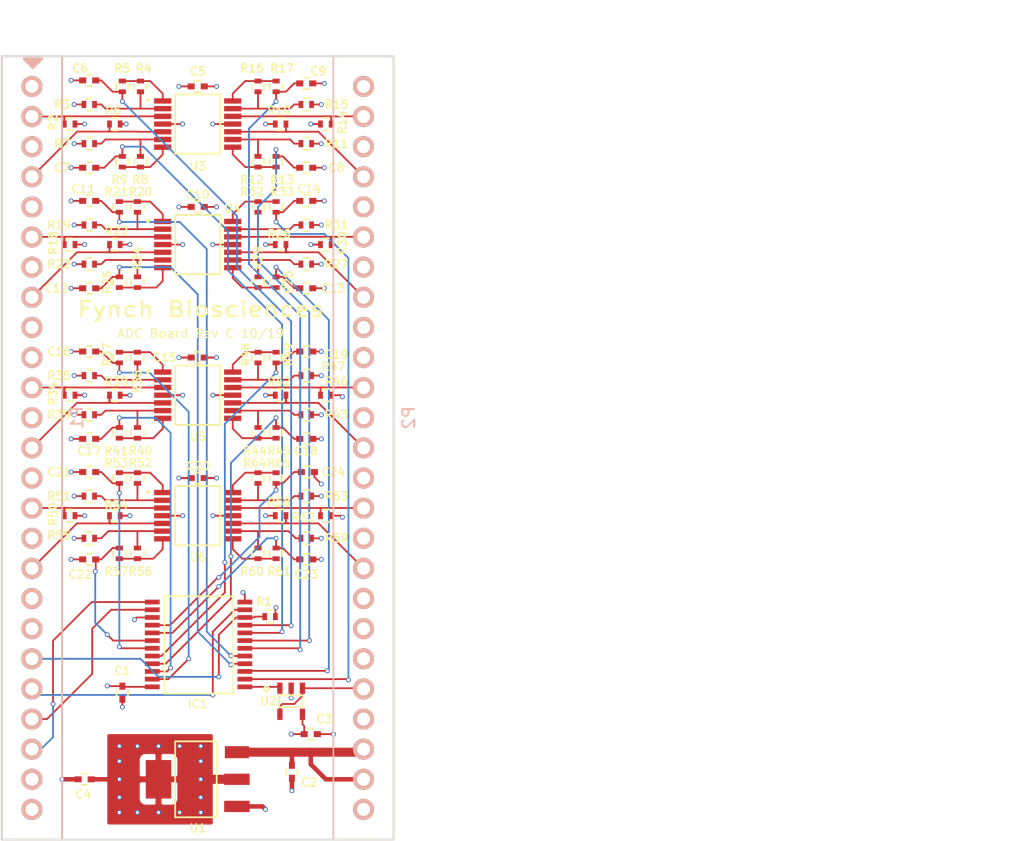
<source format=kicad_pcb>
(kicad_pcb (version 20171130) (host pcbnew "(5.1.8-0-10_14)")
  (layers (0 F.Cu signal) (1 In1.Cu power hide) (2 In2.Cu power hide) (31 B.Cu signal) (34 B.Paste user) (35 F.Paste user) (36 B.SilkS user) (37 F.SilkS user) (38 B.Mask user) (39 F.Mask user) (44 Edge.Cuts user))
  (net 0 "")
  (net 1 +3V3)
  (net 2 GND)
  (net 3 +5V)
  (net 4 /MCP6004_1/OPOUT1)
  (net 5 /MCP6004_1/OPOUT2)
  (net 6 /MCP6004_1/OPOUT3)
  (net 7 /MCP6004_1/OPOUT4)
  (net 8 /MCP6004_2/OPOUT1)
  (net 9 /MCP6004_2/OPOUT2)
  (net 10 /MCP6004_2/OPOUT3)
  (net 11 /MCP6004_2/OPOUT4)
  (net 12 /MCP6004_3/OPOUT1)
  (net 13 /MCP6004_3/OPOUT2)
  (net 14 /MCP6004_3/OPOUT3)
  (net 15 /MCP6004_3/OPOUT4)
  (net 16 /MCP6004_4/OPOUT1)
  (net 17 /MCP6004_4/OPOUT2)
  (net 18 /MCP6004_4/OPOUT3)
  (net 19 /MCP6004_4/OPOUT4)
  (net 20 "Net-(IC1-Pad1)")
  (net 21 /M_0)
  (net 22 /M_2)
  (net 23 /M_1)
  (net 24 /M_3)
  (net 25 /M_OUT)
  (net 26 "Net-(R7-Pad2)")
  (net 27 "Net-(R12-Pad2)")
  (net 28 "Net-(R11-Pad2)")
  (net 29 "Net-(R15-Pad2)")
  (net 30 "Net-(R23-Pad2)")
  (net 31 "Net-(R27-Pad2)")
  (net 32 "Net-(R31-Pad2)")
  (net 33 "Net-(R39-Pad2)")
  (net 34 "Net-(R43-Pad2)")
  (net 35 "Net-(R47-Pad2)")
  (net 36 "Net-(R55-Pad2)")
  (net 37 "Net-(R59-Pad2)")
  (net 38 "Net-(R63-Pad2)")
  (net 39 "Net-(R3-Pad1)")
  (net 40 "Net-(R4-Pad2)")
  (net 41 "Net-(R8-Pad2)")
  (net 42 "Net-(R16-Pad2)")
  (net 43 "Net-(R19-Pad1)")
  (net 44 "Net-(R20-Pad2)")
  (net 45 "Net-(R24-Pad2)")
  (net 46 "Net-(R28-Pad2)")
  (net 47 "Net-(R32-Pad2)")
  (net 48 "Net-(R35-Pad1)")
  (net 49 "Net-(R36-Pad2)")
  (net 50 "Net-(R40-Pad2)")
  (net 51 "Net-(R44-Pad2)")
  (net 52 "Net-(R48-Pad2)")
  (net 53 "Net-(R51-Pad1)")
  (net 54 "Net-(R52-Pad2)")
  (net 55 "Net-(R56-Pad2)")
  (net 56 "Net-(R60-Pad2)")
  (net 57 "Net-(R64-Pad2)")
  (net 58 /OPIN_1)
  (net 59 /OPIN_2)
  (net 60 /OPIN_5)
  (net 61 /OPIN_6)
  (net 62 /OPIN_9)
  (net 63 /OPIN_10)
  (net 64 /OPIN_13)
  (net 65 /OPIN_14)
  (net 66 /OPIN_4)
  (net 67 /OPIN_3)
  (net 68 /OPIN_8)
  (net 69 /OPIN_7)
  (net 70 /OPIN_12)
  (net 71 /OPIN_11)
  (net 72 /OPIN_16)
  (net 73 /OPIN_15)
  (module Resistors_SMD:R_0402 (layer F.Cu) (at 132.334 93.98 180)
    (fp_text reference R59 (at -2.54 0) (layer F.SilkS) (effects (font (size 0.6858 0.6858) (thickness 0.127))))
    (fp_text value OMIT)
    (pad 1 smd rect (at -0.45 0 180) (size 0.4 0.6) (layers F.Cu F.Paste F.Mask) (net 2 GND))
    (pad 2 smd rect (at 0.45 0 180) (size 0.4 0.6) (layers F.Cu F.Paste F.Mask) (net 37 "Net-(R59-Pad2)"))
  )
  (module Resistors_SMD:R_0402 (layer F.Cu) (at 118.11 85.09 270)
    (fp_text reference R40 (at 1.524 -0.254) (layer F.SilkS) (effects (font (size 0.6858 0.6858) (thickness 0.127))))
    (fp_text value 10k)
    (pad 1 smd rect (at -0.45 0 270) (size 0.4 0.6) (layers F.Cu F.Paste F.Mask) (net 33 "Net-(R39-Pad2)"))
    (pad 2 smd rect (at 0.45 0 270) (size 0.4 0.6) (layers F.Cu F.Paste F.Mask) (net 50 "Net-(R40-Pad2)"))
  )
  (module Resistors_SMD:R_0402 (layer F.Cu) (at 129.794 62.23 90)
    (fp_text reference R13 (at -1.524 0.508 180) (layer F.SilkS) (effects (font (size 0.6858 0.6858) (thickness 0.127))))
    (fp_text value 10k)
    (pad 1 smd rect (at -0.45 0 90) (size 0.4 0.6) (layers F.Cu F.Paste F.Mask) (net 27 "Net-(R12-Pad2)"))
    (pad 2 smd rect (at 0.45 0 90) (size 0.4 0.6) (layers F.Cu F.Paste F.Mask) (net 6 /MCP6004_1/OPOUT3))
  )
  (module Resistors_SMD:R_0402 (layer F.Cu) (at 118.11 95.25 270)
    (fp_text reference R56 (at 1.524 -0.254) (layer F.SilkS) (effects (font (size 0.6858 0.6858) (thickness 0.127))))
    (fp_text value 10k)
    (pad 1 smd rect (at -0.45 0 270) (size 0.4 0.6) (layers F.Cu F.Paste F.Mask) (net 36 "Net-(R55-Pad2)"))
    (pad 2 smd rect (at 0.45 0 270) (size 0.4 0.6) (layers F.Cu F.Paste F.Mask) (net 55 "Net-(R56-Pad2)"))
  )
  (module Resistors_SMD:R_0402 (layer F.Cu) (at 114.046 93.98)
    (fp_text reference R55 (at -2.54 -0.254) (layer F.SilkS) (effects (font (size 0.6858 0.6858) (thickness 0.127))))
    (fp_text value OMIT)
    (pad 1 smd rect (at -0.45 0) (size 0.4 0.6) (layers F.Cu F.Paste F.Mask) (net 2 GND))
    (pad 2 smd rect (at 0.45 0) (size 0.4 0.6) (layers F.Cu F.Paste F.Mask) (net 36 "Net-(R55-Pad2)"))
  )
  (module Capacitors_SMD:C_0402 (layer F.Cu) (at 132.715 110.49)
    (fp_text reference C3 (at 1.143 -1.27) (layer F.SilkS) (effects (font (size 0.6858 0.6858) (thickness 0.127))))
    (fp_text value .1uF)
    (pad 1 smd rect (at -0.55 0) (size 0.6 0.5) (layers F.Cu F.Paste F.Mask) (net 1 +3V3))
    (pad 2 smd rect (at 0.55 0) (size 0.6 0.5) (layers F.Cu F.Paste F.Mask) (net 2 GND))
  )
  (module Capacitors_SMD:C_0402 (layer F.Cu) (at 113.665 114.3 180)
    (fp_text reference C4 (at 0.127 -1.27 180) (layer F.SilkS) (effects (font (size 0.6858 0.6858) (thickness 0.127))))
    (fp_text value .1uF)
    (pad 1 smd rect (at -0.55 0 180) (size 0.6 0.5) (layers F.Cu F.Paste F.Mask) (net 1 +3V3))
    (pad 2 smd rect (at 0.55 0 180) (size 0.6 0.5) (layers F.Cu F.Paste F.Mask) (net 2 GND))
  )
  (module Capacitors_SMD:C_0402 (layer F.Cu) (at 123.19 55.88)
    (fp_text reference C5 (at 0 -1.27 180) (layer F.SilkS) (effects (font (size 0.6858 0.6858) (thickness 0.127))))
    (fp_text value .1uF)
    (pad 1 smd rect (at -0.55 0) (size 0.6 0.5) (layers F.Cu F.Paste F.Mask) (net 1 +3V3))
    (pad 2 smd rect (at 0.55 0) (size 0.6 0.5) (layers F.Cu F.Paste F.Mask) (net 2 GND))
  )
  (module Capacitors_SMD:C_0402 (layer F.Cu) (at 114.046 55.372 180)
    (fp_text reference C6 (at 0.762 1.016 180) (layer F.SilkS) (effects (font (size 0.6858 0.6858) (thickness 0.127))))
    (fp_text value .1uF)
    (pad 1 smd rect (at -0.55 0 180) (size 0.6 0.5) (layers F.Cu F.Paste F.Mask) (net 4 /MCP6004_1/OPOUT1))
    (pad 2 smd rect (at 0.55 0 180) (size 0.6 0.5) (layers F.Cu F.Paste F.Mask) (net 2 GND))
  )
  (module Capacitors_SMD:C_0402 (layer F.Cu) (at 132.334 62.738)
    (fp_text reference C8 (at 2.54 0) (layer F.SilkS) (effects (font (size 0.6858 0.6858) (thickness 0.127))))
    (fp_text value .1uF)
    (pad 1 smd rect (at -0.55 0) (size 0.6 0.5) (layers F.Cu F.Paste F.Mask) (net 6 /MCP6004_1/OPOUT3))
    (pad 2 smd rect (at 0.55 0) (size 0.6 0.5) (layers F.Cu F.Paste F.Mask) (net 2 GND))
  )
  (module Capacitors_SMD:C_0402 (layer F.Cu) (at 132.334 55.626)
    (fp_text reference C9 (at 1.016 -1.016) (layer F.SilkS) (effects (font (size 0.6858 0.6858) (thickness 0.127))))
    (fp_text value .1uF)
    (pad 1 smd rect (at -0.55 0) (size 0.6 0.5) (layers F.Cu F.Paste F.Mask) (net 7 /MCP6004_1/OPOUT4))
    (pad 2 smd rect (at 0.55 0) (size 0.6 0.5) (layers F.Cu F.Paste F.Mask) (net 2 GND))
  )
  (module Capacitors_SMD:C_0402 (layer F.Cu) (at 123.19 66.04)
    (fp_text reference C10 (at 0 -1.016) (layer F.SilkS) (effects (font (size 0.6858 0.6858) (thickness 0.127))))
    (fp_text value .1uF)
    (pad 1 smd rect (at -0.55 0) (size 0.6 0.5) (layers F.Cu F.Paste F.Mask) (net 1 +3V3))
    (pad 2 smd rect (at 0.55 0) (size 0.6 0.5) (layers F.Cu F.Paste F.Mask) (net 2 GND))
  )
  (module Capacitors_SMD:C_0402 (layer F.Cu) (at 114.046 65.532 180)
    (fp_text reference C11 (at 0.508 1.016 180) (layer F.SilkS) (effects (font (size 0.6858 0.6858) (thickness 0.127))))
    (fp_text value .1uF)
    (pad 1 smd rect (at -0.55 0 180) (size 0.6 0.5) (layers F.Cu F.Paste F.Mask) (net 8 /MCP6004_2/OPOUT1))
    (pad 2 smd rect (at 0.55 0 180) (size 0.6 0.5) (layers F.Cu F.Paste F.Mask) (net 2 GND))
  )
  (module Capacitors_SMD:C_0402 (layer F.Cu) (at 114.046 72.898 180)
    (fp_text reference C12 (at 2.794 0 180) (layer F.SilkS) (effects (font (size 0.6858 0.6858) (thickness 0.127))))
    (fp_text value .1uF)
    (pad 1 smd rect (at -0.55 0 180) (size 0.6 0.5) (layers F.Cu F.Paste F.Mask) (net 9 /MCP6004_2/OPOUT2))
    (pad 2 smd rect (at 0.55 0 180) (size 0.6 0.5) (layers F.Cu F.Paste F.Mask) (net 2 GND))
  )
  (module Capacitors_SMD:C_0402 (layer F.Cu) (at 132.334 72.898)
    (fp_text reference C13 (at 2.286 0) (layer F.SilkS) (effects (font (size 0.6858 0.6858) (thickness 0.127))))
    (fp_text value .1uF)
    (pad 1 smd rect (at -0.55 0) (size 0.6 0.5) (layers F.Cu F.Paste F.Mask) (net 10 /MCP6004_2/OPOUT3))
    (pad 2 smd rect (at 0.55 0) (size 0.6 0.5) (layers F.Cu F.Paste F.Mask) (net 2 GND))
  )
  (module Capacitors_SMD:C_0402 (layer F.Cu) (at 132.334 65.532)
    (fp_text reference C14 (at 0.254 -1.016) (layer F.SilkS) (effects (font (size 0.6858 0.6858) (thickness 0.127))))
    (fp_text value .1uF)
    (pad 1 smd rect (at -0.55 0) (size 0.6 0.5) (layers F.Cu F.Paste F.Mask) (net 11 /MCP6004_2/OPOUT4))
    (pad 2 smd rect (at 0.55 0) (size 0.6 0.5) (layers F.Cu F.Paste F.Mask) (net 2 GND))
  )
  (module Capacitors_SMD:C_0402 (layer F.Cu) (at 123.19 78.74)
    (fp_text reference C15 (at -2.794 0) (layer F.SilkS) (effects (font (size 0.6858 0.6858) (thickness 0.127))))
    (fp_text value .1uF)
    (pad 1 smd rect (at -0.55 0) (size 0.6 0.5) (layers F.Cu F.Paste F.Mask) (net 1 +3V3))
    (pad 2 smd rect (at 0.55 0) (size 0.6 0.5) (layers F.Cu F.Paste F.Mask) (net 2 GND))
  )
  (module Capacitors_SMD:C_0402 (layer F.Cu) (at 114.046 78.232 180)
    (fp_text reference C16 (at 2.54 0 180) (layer F.SilkS) (effects (font (size 0.6858 0.6858) (thickness 0.127))))
    (fp_text value .1uF)
    (pad 1 smd rect (at -0.55 0 180) (size 0.6 0.5) (layers F.Cu F.Paste F.Mask) (net 12 /MCP6004_3/OPOUT1))
    (pad 2 smd rect (at 0.55 0 180) (size 0.6 0.5) (layers F.Cu F.Paste F.Mask) (net 2 GND))
  )
  (module Capacitors_SMD:C_0402 (layer F.Cu) (at 114.046 85.598 180)
    (fp_text reference C17 (at 0 -1.016 180) (layer F.SilkS) (effects (font (size 0.6858 0.6858) (thickness 0.127))))
    (fp_text value .1uF)
    (pad 1 smd rect (at -0.55 0 180) (size 0.6 0.5) (layers F.Cu F.Paste F.Mask) (net 13 /MCP6004_3/OPOUT2))
    (pad 2 smd rect (at 0.55 0 180) (size 0.6 0.5) (layers F.Cu F.Paste F.Mask) (net 2 GND))
  )
  (module Capacitors_SMD:C_0402 (layer F.Cu) (at 132.334 85.598)
    (fp_text reference C18 (at 0 1.016) (layer F.SilkS) (effects (font (size 0.6858 0.6858) (thickness 0.127))))
    (fp_text value .1uF)
    (pad 1 smd rect (at -0.55 0) (size 0.6 0.5) (layers F.Cu F.Paste F.Mask) (net 14 /MCP6004_3/OPOUT3))
    (pad 2 smd rect (at 0.55 0) (size 0.6 0.5) (layers F.Cu F.Paste F.Mask) (net 2 GND))
  )
  (module Capacitors_SMD:C_0402 (layer F.Cu) (at 132.334 78.232)
    (fp_text reference C19 (at 2.54 0.254) (layer F.SilkS) (effects (font (size 0.6858 0.6858) (thickness 0.127))))
    (fp_text value .1uF)
    (pad 1 smd rect (at -0.55 0) (size 0.6 0.5) (layers F.Cu F.Paste F.Mask) (net 15 /MCP6004_3/OPOUT4))
    (pad 2 smd rect (at 0.55 0) (size 0.6 0.5) (layers F.Cu F.Paste F.Mask) (net 2 GND))
  )
  (module Capacitors_SMD:C_0402 (layer F.Cu) (at 123.19 88.9)
    (fp_text reference C20 (at 0 -1.016) (layer F.SilkS) (effects (font (size 0.6858 0.6858) (thickness 0.127))))
    (fp_text value .1uF)
    (pad 1 smd rect (at -0.55 0) (size 0.6 0.5) (layers F.Cu F.Paste F.Mask) (net 1 +3V3))
    (pad 2 smd rect (at 0.55 0) (size 0.6 0.5) (layers F.Cu F.Paste F.Mask) (net 2 GND))
  )
  (module Capacitors_SMD:C_0402 (layer F.Cu) (at 114.046 88.392 180)
    (fp_text reference C21 (at 2.54 0 180) (layer F.SilkS) (effects (font (size 0.6858 0.6858) (thickness 0.127))))
    (fp_text value .1uF)
    (pad 1 smd rect (at -0.55 0 180) (size 0.6 0.5) (layers F.Cu F.Paste F.Mask) (net 16 /MCP6004_4/OPOUT1))
    (pad 2 smd rect (at 0.55 0 180) (size 0.6 0.5) (layers F.Cu F.Paste F.Mask) (net 2 GND))
  )
  (module Capacitors_SMD:C_0402 (layer F.Cu) (at 114.046 95.758 180)
    (fp_text reference C22 (at 0.762 -1.27 180) (layer F.SilkS) (effects (font (size 0.6858 0.6858) (thickness 0.127))))
    (fp_text value .1uF)
    (pad 1 smd rect (at -0.55 0 180) (size 0.6 0.5) (layers F.Cu F.Paste F.Mask) (net 17 /MCP6004_4/OPOUT2))
    (pad 2 smd rect (at 0.55 0 180) (size 0.6 0.5) (layers F.Cu F.Paste F.Mask) (net 2 GND))
  )
  (module Capacitors_SMD:C_0402 (layer F.Cu) (at 132.334 95.758)
    (fp_text reference C23 (at 0 1.27) (layer F.SilkS) (effects (font (size 0.6858 0.6858) (thickness 0.127))))
    (fp_text value .1uF)
    (pad 1 smd rect (at -0.55 0) (size 0.6 0.5) (layers F.Cu F.Paste F.Mask) (net 18 /MCP6004_4/OPOUT3))
    (pad 2 smd rect (at 0.55 0) (size 0.6 0.5) (layers F.Cu F.Paste F.Mask) (net 2 GND))
  )
  (module Resistors_SMD:R_0402 (layer F.Cu) (at 129.286 100.584 180)
    (fp_text reference R1 (at 0.508 1.27 180) (layer F.SilkS) (effects (font (size 0.6858 0.6858) (thickness 0.127))))
    (fp_text value 10k)
    (pad 1 smd rect (at -0.45 0 180) (size 0.4 0.6) (layers F.Cu F.Paste F.Mask) (net 2 GND))
    (pad 2 smd rect (at 0.45 0 180) (size 0.4 0.6) (layers F.Cu F.Paste F.Mask) (net 21 /M_0))
  )
  (module Resistors_SMD:R_0402 (layer F.Cu) (at 112.395 59.055 180)
    (fp_text reference R2 (at 1.397 0.127 90) (layer F.SilkS) (effects (font (size 0.6858 0.6858) (thickness 0.127))))
    (fp_text value OMIT)
    (pad 1 smd rect (at -0.45 0 180) (size 0.4 0.6) (layers F.Cu F.Paste F.Mask) (net 2 GND))
    (pad 2 smd rect (at 0.45 0 180) (size 0.4 0.6) (layers F.Cu F.Paste F.Mask) (net 58 /OPIN_1))
  )
  (module Resistors_SMD:R_0402 (layer F.Cu) (at 114.046 57.404 180)
    (fp_text reference R3 (at 2.286 0) (layer F.SilkS) (effects (font (size 0.6858 0.6858) (thickness 0.127))))
    (fp_text value OMIT)
    (pad 1 smd rect (at -0.45 0 180) (size 0.4 0.6) (layers F.Cu F.Paste F.Mask) (net 39 "Net-(R3-Pad1)"))
    (pad 2 smd rect (at 0.45 0 180) (size 0.4 0.6) (layers F.Cu F.Paste F.Mask) (net 2 GND))
  )
  (module Resistors_SMD:R_0402 (layer F.Cu) (at 118.364 55.88 90)
    (fp_text reference R4 (at 1.524 0.254 180) (layer F.SilkS) (effects (font (size 0.6858 0.6858) (thickness 0.127))))
    (fp_text value 10k)
    (pad 1 smd rect (at -0.45 0 90) (size 0.4 0.6) (layers F.Cu F.Paste F.Mask) (net 39 "Net-(R3-Pad1)"))
    (pad 2 smd rect (at 0.45 0 90) (size 0.4 0.6) (layers F.Cu F.Paste F.Mask) (net 40 "Net-(R4-Pad2)"))
  )
  (module Resistors_SMD:R_0402 (layer F.Cu) (at 116.84 55.88 270)
    (fp_text reference R5 (at -1.524 0 180) (layer F.SilkS) (effects (font (size 0.6858 0.6858) (thickness 0.127))))
    (fp_text value 10k)
    (pad 1 smd rect (at -0.45 0 270) (size 0.4 0.6) (layers F.Cu F.Paste F.Mask) (net 40 "Net-(R4-Pad2)"))
    (pad 2 smd rect (at 0.45 0 270) (size 0.4 0.6) (layers F.Cu F.Paste F.Mask) (net 4 /MCP6004_1/OPOUT1))
  )
  (module Resistors_SMD:R_0402 (layer F.Cu) (at 116.205 59.055 180)
    (fp_text reference R6 (at 0.127 1.143) (layer F.SilkS) (effects (font (size 0.6858 0.6858) (thickness 0.127))))
    (fp_text value OMIT)
    (pad 1 smd rect (at -0.45 0 180) (size 0.4 0.6) (layers F.Cu F.Paste F.Mask) (net 2 GND))
    (pad 2 smd rect (at 0.45 0 180) (size 0.4 0.6) (layers F.Cu F.Paste F.Mask) (net 59 /OPIN_2))
  )
  (module Resistors_SMD:R_0402 (layer F.Cu) (at 114.046 60.706)
    (fp_text reference R7 (at -2.286 0) (layer F.SilkS) (effects (font (size 0.6858 0.6858) (thickness 0.127))))
    (fp_text value OMIT)
    (pad 1 smd rect (at -0.45 0) (size 0.4 0.6) (layers F.Cu F.Paste F.Mask) (net 2 GND))
    (pad 2 smd rect (at 0.45 0) (size 0.4 0.6) (layers F.Cu F.Paste F.Mask) (net 26 "Net-(R7-Pad2)"))
  )
  (module Resistors_SMD:R_0402 (layer F.Cu) (at 118.364 62.23 270)
    (fp_text reference R8 (at 1.524 0) (layer F.SilkS) (effects (font (size 0.6858 0.6858) (thickness 0.127))))
    (fp_text value 10k)
    (pad 1 smd rect (at -0.45 0 270) (size 0.4 0.6) (layers F.Cu F.Paste F.Mask) (net 26 "Net-(R7-Pad2)"))
    (pad 2 smd rect (at 0.45 0 270) (size 0.4 0.6) (layers F.Cu F.Paste F.Mask) (net 41 "Net-(R8-Pad2)"))
  )
  (module Resistors_SMD:R_0402 (layer F.Cu) (at 116.84 62.23 90)
    (fp_text reference R9 (at -1.524 -0.254 180) (layer F.SilkS) (effects (font (size 0.6858 0.6858) (thickness 0.127))))
    (fp_text value 10k)
    (pad 1 smd rect (at -0.45 0 90) (size 0.4 0.6) (layers F.Cu F.Paste F.Mask) (net 41 "Net-(R8-Pad2)"))
    (pad 2 smd rect (at 0.45 0 90) (size 0.4 0.6) (layers F.Cu F.Paste F.Mask) (net 5 /MCP6004_1/OPOUT2))
  )
  (module Resistors_SMD:R_0402 (layer F.Cu) (at 130.175 59.055)
    (fp_text reference R10 (at -0.127 -1.143) (layer F.SilkS) (effects (font (size 0.6858 0.6858) (thickness 0.127))))
    (fp_text value OMIT)
    (pad 1 smd rect (at -0.45 0) (size 0.4 0.6) (layers F.Cu F.Paste F.Mask) (net 2 GND))
    (pad 2 smd rect (at 0.45 0) (size 0.4 0.6) (layers F.Cu F.Paste F.Mask) (net 67 /OPIN_3))
  )
  (module Resistors_SMD:R_0402 (layer F.Cu) (at 132.334 60.706 180)
    (fp_text reference R11 (at -2.54 0 180) (layer F.SilkS) (effects (font (size 0.6858 0.6858) (thickness 0.127))))
    (fp_text value OMIT)
    (pad 1 smd rect (at -0.45 0 180) (size 0.4 0.6) (layers F.Cu F.Paste F.Mask) (net 2 GND))
    (pad 2 smd rect (at 0.45 0 180) (size 0.4 0.6) (layers F.Cu F.Paste F.Mask) (net 28 "Net-(R11-Pad2)"))
  )
  (module Resistors_SMD:R_0402 (layer F.Cu) (at 128.27 62.23 270)
    (fp_text reference R12 (at 1.524 0.508) (layer F.SilkS) (effects (font (size 0.6858 0.6858) (thickness 0.127))))
    (fp_text value 10k)
    (pad 1 smd rect (at -0.45 0 270) (size 0.4 0.6) (layers F.Cu F.Paste F.Mask) (net 28 "Net-(R11-Pad2)"))
    (pad 2 smd rect (at 0.45 0 270) (size 0.4 0.6) (layers F.Cu F.Paste F.Mask) (net 27 "Net-(R12-Pad2)"))
  )
  (module Resistors_SMD:R_0402 (layer F.Cu) (at 133.985 59.055)
    (fp_text reference R14 (at 1.397 -0.127 90) (layer F.SilkS) (effects (font (size 0.6858 0.6858) (thickness 0.127))))
    (fp_text value OMIT)
    (pad 1 smd rect (at -0.45 0) (size 0.4 0.6) (layers F.Cu F.Paste F.Mask) (net 2 GND))
    (pad 2 smd rect (at 0.45 0) (size 0.4 0.6) (layers F.Cu F.Paste F.Mask) (net 66 /OPIN_4))
  )
  (module Resistors_SMD:R_0402 (layer F.Cu) (at 132.334 57.404 180)
    (fp_text reference R15 (at -2.54 0 180) (layer F.SilkS) (effects (font (size 0.6858 0.6858) (thickness 0.127))))
    (fp_text value OMIT)
    (pad 1 smd rect (at -0.45 0 180) (size 0.4 0.6) (layers F.Cu F.Paste F.Mask) (net 2 GND))
    (pad 2 smd rect (at 0.45 0 180) (size 0.4 0.6) (layers F.Cu F.Paste F.Mask) (net 29 "Net-(R15-Pad2)"))
  )
  (module Resistors_SMD:R_0402 (layer F.Cu) (at 128.27 55.88 90)
    (fp_text reference R16 (at 1.524 -0.508 180) (layer F.SilkS) (effects (font (size 0.6858 0.6858) (thickness 0.127))))
    (fp_text value 10k)
    (pad 1 smd rect (at -0.45 0 90) (size 0.4 0.6) (layers F.Cu F.Paste F.Mask) (net 29 "Net-(R15-Pad2)"))
    (pad 2 smd rect (at 0.45 0 90) (size 0.4 0.6) (layers F.Cu F.Paste F.Mask) (net 42 "Net-(R16-Pad2)"))
  )
  (module Resistors_SMD:R_0402 (layer F.Cu) (at 129.794 55.88 270)
    (fp_text reference R17 (at -1.524 -0.508) (layer F.SilkS) (effects (font (size 0.6858 0.6858) (thickness 0.127))))
    (fp_text value 10k)
    (pad 1 smd rect (at -0.45 0 270) (size 0.4 0.6) (layers F.Cu F.Paste F.Mask) (net 42 "Net-(R16-Pad2)"))
    (pad 2 smd rect (at 0.45 0 270) (size 0.4 0.6) (layers F.Cu F.Paste F.Mask) (net 7 /MCP6004_1/OPOUT4))
  )
  (module Resistors_SMD:R_0402 (layer F.Cu) (at 112.395 69.215 180)
    (fp_text reference R18 (at 1.397 0.127 270) (layer F.SilkS) (effects (font (size 0.6858 0.6858) (thickness 0.127))))
    (fp_text value OMIT)
    (pad 1 smd rect (at -0.45 0 180) (size 0.4 0.6) (layers F.Cu F.Paste F.Mask) (net 2 GND))
    (pad 2 smd rect (at 0.45 0 180) (size 0.4 0.6) (layers F.Cu F.Paste F.Mask) (net 60 /OPIN_5))
  )
  (module Resistors_SMD:R_0402 (layer F.Cu) (at 114.046 67.564 180)
    (fp_text reference R19 (at 2.54 0 180) (layer F.SilkS) (effects (font (size 0.6858 0.6858) (thickness 0.127))))
    (fp_text value OMIT)
    (pad 1 smd rect (at -0.45 0 180) (size 0.4 0.6) (layers F.Cu F.Paste F.Mask) (net 43 "Net-(R19-Pad1)"))
    (pad 2 smd rect (at 0.45 0 180) (size 0.4 0.6) (layers F.Cu F.Paste F.Mask) (net 2 GND))
  )
  (module Resistors_SMD:R_0402 (layer F.Cu) (at 118.11 66.04 90)
    (fp_text reference R20 (at 1.27 0.254 180) (layer F.SilkS) (effects (font (size 0.6858 0.6858) (thickness 0.127))))
    (fp_text value 10k)
    (pad 1 smd rect (at -0.45 0 90) (size 0.4 0.6) (layers F.Cu F.Paste F.Mask) (net 43 "Net-(R19-Pad1)"))
    (pad 2 smd rect (at 0.45 0 90) (size 0.4 0.6) (layers F.Cu F.Paste F.Mask) (net 44 "Net-(R20-Pad2)"))
  )
  (module Resistors_SMD:R_0402 (layer F.Cu) (at 116.586 66.04 270)
    (fp_text reference R21 (at -1.27 0.254) (layer F.SilkS) (effects (font (size 0.6858 0.6858) (thickness 0.127))))
    (fp_text value 10k)
    (pad 1 smd rect (at -0.45 0 270) (size 0.4 0.6) (layers F.Cu F.Paste F.Mask) (net 44 "Net-(R20-Pad2)"))
    (pad 2 smd rect (at 0.45 0 270) (size 0.4 0.6) (layers F.Cu F.Paste F.Mask) (net 8 /MCP6004_2/OPOUT1))
  )
  (module Resistors_SMD:R_0402 (layer F.Cu) (at 116.205 69.215 180)
    (fp_text reference R22 (at -0.127 1.143 180) (layer F.SilkS) (effects (font (size 0.6858 0.6858) (thickness 0.127))))
    (fp_text value OMIT)
    (pad 1 smd rect (at -0.45 0 180) (size 0.4 0.6) (layers F.Cu F.Paste F.Mask) (net 2 GND))
    (pad 2 smd rect (at 0.45 0 180) (size 0.4 0.6) (layers F.Cu F.Paste F.Mask) (net 61 /OPIN_6))
  )
  (module Resistors_SMD:R_0402 (layer F.Cu) (at 114.046 70.866)
    (fp_text reference R23 (at -2.54 0) (layer F.SilkS) (effects (font (size 0.6858 0.6858) (thickness 0.127))))
    (fp_text value OMIT)
    (pad 1 smd rect (at -0.45 0) (size 0.4 0.6) (layers F.Cu F.Paste F.Mask) (net 2 GND))
    (pad 2 smd rect (at 0.45 0) (size 0.4 0.6) (layers F.Cu F.Paste F.Mask) (net 30 "Net-(R23-Pad2)"))
  )
  (module Resistors_SMD:R_0402 (layer F.Cu) (at 118.11 72.39 270)
    (fp_text reference R24 (at -2.032 0 90) (layer F.SilkS) (effects (font (size 0.6858 0.6858) (thickness 0.127))))
    (fp_text value 10k)
    (pad 1 smd rect (at -0.45 0 270) (size 0.4 0.6) (layers F.Cu F.Paste F.Mask) (net 30 "Net-(R23-Pad2)"))
    (pad 2 smd rect (at 0.45 0 270) (size 0.4 0.6) (layers F.Cu F.Paste F.Mask) (net 45 "Net-(R24-Pad2)"))
  )
  (module Resistors_SMD:R_0402 (layer F.Cu) (at 116.586 72.39 90)
    (fp_text reference R25 (at 0 -1.016 270) (layer F.SilkS) (effects (font (size 0.6858 0.6858) (thickness 0.127))))
    (fp_text value 10k)
    (pad 1 smd rect (at -0.45 0 90) (size 0.4 0.6) (layers F.Cu F.Paste F.Mask) (net 45 "Net-(R24-Pad2)"))
    (pad 2 smd rect (at 0.45 0 90) (size 0.4 0.6) (layers F.Cu F.Paste F.Mask) (net 9 /MCP6004_2/OPOUT2))
  )
  (module Resistors_SMD:R_0402 (layer F.Cu) (at 130.175 69.215)
    (fp_text reference R26 (at -0.127 -0.889) (layer F.SilkS) (effects (font (size 0.6858 0.6858) (thickness 0.127))))
    (fp_text value OMIT)
    (pad 1 smd rect (at -0.45 0) (size 0.4 0.6) (layers F.Cu F.Paste F.Mask) (net 2 GND))
    (pad 2 smd rect (at 0.45 0) (size 0.4 0.6) (layers F.Cu F.Paste F.Mask) (net 69 /OPIN_7))
  )
  (module Resistors_SMD:R_0402 (layer F.Cu) (at 132.334 70.866 180)
    (fp_text reference R27 (at -2.54 0 180) (layer F.SilkS) (effects (font (size 0.6858 0.6858) (thickness 0.127))))
    (fp_text value OMIT)
    (pad 1 smd rect (at -0.45 0 180) (size 0.4 0.6) (layers F.Cu F.Paste F.Mask) (net 2 GND))
    (pad 2 smd rect (at 0.45 0 180) (size 0.4 0.6) (layers F.Cu F.Paste F.Mask) (net 31 "Net-(R27-Pad2)"))
  )
  (module Resistors_SMD:R_0402 (layer F.Cu) (at 128.27 72.39 270)
    (fp_text reference R28 (at 0 -2.54 270) (layer F.SilkS) (effects (font (size 0.6858 0.6858) (thickness 0.127))))
    (fp_text value 10k)
    (pad 1 smd rect (at -0.45 0 270) (size 0.4 0.6) (layers F.Cu F.Paste F.Mask) (net 31 "Net-(R27-Pad2)"))
    (pad 2 smd rect (at 0.45 0 270) (size 0.4 0.6) (layers F.Cu F.Paste F.Mask) (net 46 "Net-(R28-Pad2)"))
  )
  (module Resistors_SMD:R_0402 (layer F.Cu) (at 129.794 72.39 90)
    (fp_text reference R29 (at 2.032 -1.524 270) (layer F.SilkS) (effects (font (size 0.6858 0.6858) (thickness 0.127))))
    (fp_text value 10k)
    (pad 1 smd rect (at -0.45 0 90) (size 0.4 0.6) (layers F.Cu F.Paste F.Mask) (net 46 "Net-(R28-Pad2)"))
    (pad 2 smd rect (at 0.45 0 90) (size 0.4 0.6) (layers F.Cu F.Paste F.Mask) (net 10 /MCP6004_2/OPOUT3))
  )
  (module Resistors_SMD:R_0402 (layer F.Cu) (at 133.985 69.215)
    (fp_text reference R30 (at 1.397 -0.127 90) (layer F.SilkS) (effects (font (size 0.6858 0.6858) (thickness 0.127))))
    (fp_text value OMIT)
    (pad 1 smd rect (at -0.45 0) (size 0.4 0.6) (layers F.Cu F.Paste F.Mask) (net 2 GND))
    (pad 2 smd rect (at 0.45 0) (size 0.4 0.6) (layers F.Cu F.Paste F.Mask) (net 68 /OPIN_8))
  )
  (module Resistors_SMD:R_0402 (layer F.Cu) (at 132.334 67.564 180)
    (fp_text reference R31 (at -2.54 0 180) (layer F.SilkS) (effects (font (size 0.6858 0.6858) (thickness 0.127))))
    (fp_text value OMIT)
    (pad 1 smd rect (at -0.45 0 180) (size 0.4 0.6) (layers F.Cu F.Paste F.Mask) (net 2 GND))
    (pad 2 smd rect (at 0.45 0 180) (size 0.4 0.6) (layers F.Cu F.Paste F.Mask) (net 32 "Net-(R31-Pad2)"))
  )
  (module Resistors_SMD:R_0402 (layer F.Cu) (at 128.27 66.04 90)
    (fp_text reference R32 (at 1.27 -0.508 180) (layer F.SilkS) (effects (font (size 0.6858 0.6858) (thickness 0.127))))
    (fp_text value 10k)
    (pad 1 smd rect (at -0.45 0 90) (size 0.4 0.6) (layers F.Cu F.Paste F.Mask) (net 32 "Net-(R31-Pad2)"))
    (pad 2 smd rect (at 0.45 0 90) (size 0.4 0.6) (layers F.Cu F.Paste F.Mask) (net 47 "Net-(R32-Pad2)"))
  )
  (module Resistors_SMD:R_0402 (layer F.Cu) (at 129.794 66.04 270)
    (fp_text reference R33 (at -1.27 -0.508) (layer F.SilkS) (effects (font (size 0.6858 0.6858) (thickness 0.127))))
    (fp_text value 10k)
    (pad 1 smd rect (at -0.45 0 270) (size 0.4 0.6) (layers F.Cu F.Paste F.Mask) (net 47 "Net-(R32-Pad2)"))
    (pad 2 smd rect (at 0.45 0 270) (size 0.4 0.6) (layers F.Cu F.Paste F.Mask) (net 11 /MCP6004_2/OPOUT4))
  )
  (module Resistors_SMD:R_0402 (layer F.Cu) (at 112.395 81.915 180)
    (fp_text reference R34 (at 1.397 0.127 270) (layer F.SilkS) (effects (font (size 0.6858 0.6858) (thickness 0.127))))
    (fp_text value OMIT)
    (pad 1 smd rect (at -0.45 0 180) (size 0.4 0.6) (layers F.Cu F.Paste F.Mask) (net 2 GND))
    (pad 2 smd rect (at 0.45 0 180) (size 0.4 0.6) (layers F.Cu F.Paste F.Mask) (net 62 /OPIN_9))
  )
  (module Resistors_SMD:R_0402 (layer F.Cu) (at 114.046 80.264 180)
    (fp_text reference R35 (at 2.54 0 180) (layer F.SilkS) (effects (font (size 0.6858 0.6858) (thickness 0.127))))
    (fp_text value OMIT)
    (pad 1 smd rect (at -0.45 0 180) (size 0.4 0.6) (layers F.Cu F.Paste F.Mask) (net 48 "Net-(R35-Pad1)"))
    (pad 2 smd rect (at 0.45 0 180) (size 0.4 0.6) (layers F.Cu F.Paste F.Mask) (net 2 GND))
  )
  (module Resistors_SMD:R_0402 (layer F.Cu) (at 118.11 78.74 90)
    (fp_text reference R36 (at -2.032 0 270) (layer F.SilkS) (effects (font (size 0.6858 0.6858) (thickness 0.127))))
    (fp_text value 10k)
    (pad 1 smd rect (at -0.45 0 90) (size 0.4 0.6) (layers F.Cu F.Paste F.Mask) (net 48 "Net-(R35-Pad1)"))
    (pad 2 smd rect (at 0.45 0 90) (size 0.4 0.6) (layers F.Cu F.Paste F.Mask) (net 49 "Net-(R36-Pad2)"))
  )
  (module Resistors_SMD:R_0402 (layer F.Cu) (at 116.586 78.74 270)
    (fp_text reference R37 (at -0.254 1.016 90) (layer F.SilkS) (effects (font (size 0.6858 0.6858) (thickness 0.127))))
    (fp_text value 10k)
    (pad 1 smd rect (at -0.45 0 270) (size 0.4 0.6) (layers F.Cu F.Paste F.Mask) (net 49 "Net-(R36-Pad2)"))
    (pad 2 smd rect (at 0.45 0 270) (size 0.4 0.6) (layers F.Cu F.Paste F.Mask) (net 12 /MCP6004_3/OPOUT1))
  )
  (module Resistors_SMD:R_0402 (layer F.Cu) (at 116.205 81.915 180)
    (fp_text reference R38 (at -0.127 1.143 180) (layer F.SilkS) (effects (font (size 0.6858 0.6858) (thickness 0.127))))
    (fp_text value OMIT)
    (pad 1 smd rect (at -0.45 0 180) (size 0.4 0.6) (layers F.Cu F.Paste F.Mask) (net 2 GND))
    (pad 2 smd rect (at 0.45 0 180) (size 0.4 0.6) (layers F.Cu F.Paste F.Mask) (net 63 /OPIN_10))
  )
  (module Resistors_SMD:R_0402 (layer F.Cu) (at 114.046 83.566)
    (fp_text reference R39 (at -2.54 0) (layer F.SilkS) (effects (font (size 0.6858 0.6858) (thickness 0.127))))
    (fp_text value OMIT)
    (pad 1 smd rect (at -0.45 0) (size 0.4 0.6) (layers F.Cu F.Paste F.Mask) (net 2 GND))
    (pad 2 smd rect (at 0.45 0) (size 0.4 0.6) (layers F.Cu F.Paste F.Mask) (net 33 "Net-(R39-Pad2)"))
  )
  (module Resistors_SMD:R_0402 (layer F.Cu) (at 116.586 85.09 90)
    (fp_text reference R41 (at -1.524 -0.254 180) (layer F.SilkS) (effects (font (size 0.6858 0.6858) (thickness 0.127))))
    (fp_text value 10k)
    (pad 1 smd rect (at -0.45 0 90) (size 0.4 0.6) (layers F.Cu F.Paste F.Mask) (net 50 "Net-(R40-Pad2)"))
    (pad 2 smd rect (at 0.45 0 90) (size 0.4 0.6) (layers F.Cu F.Paste F.Mask) (net 13 /MCP6004_3/OPOUT2))
  )
  (module Resistors_SMD:R_0402 (layer F.Cu) (at 130.175 81.915)
    (fp_text reference R42 (at -0.127 -1.143) (layer F.SilkS) (effects (font (size 0.6858 0.6858) (thickness 0.127))))
    (fp_text value OMIT)
    (pad 1 smd rect (at -0.45 0) (size 0.4 0.6) (layers F.Cu F.Paste F.Mask) (net 2 GND))
    (pad 2 smd rect (at 0.45 0) (size 0.4 0.6) (layers F.Cu F.Paste F.Mask) (net 71 /OPIN_11))
  )
  (module Resistors_SMD:R_0402 (layer F.Cu) (at 132.334 83.566 180)
    (fp_text reference R43 (at -2.54 0 180) (layer F.SilkS) (effects (font (size 0.6858 0.6858) (thickness 0.127))))
    (fp_text value OMIT)
    (pad 1 smd rect (at -0.45 0 180) (size 0.4 0.6) (layers F.Cu F.Paste F.Mask) (net 2 GND))
    (pad 2 smd rect (at 0.45 0 180) (size 0.4 0.6) (layers F.Cu F.Paste F.Mask) (net 34 "Net-(R43-Pad2)"))
  )
  (module Resistors_SMD:R_0402 (layer F.Cu) (at 128.27 85.09 270)
    (fp_text reference R44 (at 1.524 0.254) (layer F.SilkS) (effects (font (size 0.6858 0.6858) (thickness 0.127))))
    (fp_text value 10k)
    (pad 1 smd rect (at -0.45 0 270) (size 0.4 0.6) (layers F.Cu F.Paste F.Mask) (net 34 "Net-(R43-Pad2)"))
    (pad 2 smd rect (at 0.45 0 270) (size 0.4 0.6) (layers F.Cu F.Paste F.Mask) (net 51 "Net-(R44-Pad2)"))
  )
  (module Resistors_SMD:R_0402 (layer F.Cu) (at 129.794 85.09 90)
    (fp_text reference R45 (at -1.524 0.254 180) (layer F.SilkS) (effects (font (size 0.6858 0.6858) (thickness 0.127))))
    (fp_text value 10k)
    (pad 1 smd rect (at -0.45 0 90) (size 0.4 0.6) (layers F.Cu F.Paste F.Mask) (net 51 "Net-(R44-Pad2)"))
    (pad 2 smd rect (at 0.45 0 90) (size 0.4 0.6) (layers F.Cu F.Paste F.Mask) (net 14 /MCP6004_3/OPOUT3))
  )
  (module Resistors_SMD:R_0402 (layer F.Cu) (at 133.985 81.915 180)
    (fp_text reference R46 (at -0.889 1.143 180) (layer F.SilkS) (effects (font (size 0.6858 0.6858) (thickness 0.127))))
    (fp_text value OMIT)
    (pad 1 smd rect (at -0.45 0 180) (size 0.4 0.6) (layers F.Cu F.Paste F.Mask) (net 2 GND))
    (pad 2 smd rect (at 0.45 0 180) (size 0.4 0.6) (layers F.Cu F.Paste F.Mask) (net 70 /OPIN_12))
  )
  (module Resistors_SMD:R_0402 (layer F.Cu) (at 132.334 80.264 180)
    (fp_text reference R47 (at -2.286 0.762 180) (layer F.SilkS) (effects (font (size 0.6858 0.6858) (thickness 0.127))))
    (fp_text value OMIT)
    (pad 1 smd rect (at -0.45 0 180) (size 0.4 0.6) (layers F.Cu F.Paste F.Mask) (net 2 GND))
    (pad 2 smd rect (at 0.45 0 180) (size 0.4 0.6) (layers F.Cu F.Paste F.Mask) (net 35 "Net-(R47-Pad2)"))
  )
  (module Resistors_SMD:R_0402 (layer F.Cu) (at 128.27 78.74 90)
    (fp_text reference R48 (at 0.254 -1.016 270) (layer F.SilkS) (effects (font (size 0.6858 0.6858) (thickness 0.127))))
    (fp_text value 10k)
    (pad 1 smd rect (at -0.45 0 90) (size 0.4 0.6) (layers F.Cu F.Paste F.Mask) (net 35 "Net-(R47-Pad2)"))
    (pad 2 smd rect (at 0.45 0 90) (size 0.4 0.6) (layers F.Cu F.Paste F.Mask) (net 52 "Net-(R48-Pad2)"))
  )
  (module Resistors_SMD:R_0402 (layer F.Cu) (at 129.794 78.74 270)
    (fp_text reference R49 (at -0.254 -1.016 90) (layer F.SilkS) (effects (font (size 0.6858 0.6858) (thickness 0.127))))
    (fp_text value 10k)
    (pad 1 smd rect (at -0.45 0 270) (size 0.4 0.6) (layers F.Cu F.Paste F.Mask) (net 52 "Net-(R48-Pad2)"))
    (pad 2 smd rect (at 0.45 0 270) (size 0.4 0.6) (layers F.Cu F.Paste F.Mask) (net 15 /MCP6004_3/OPOUT4))
  )
  (module Resistors_SMD:R_0402 (layer F.Cu) (at 112.395 92.075 180)
    (fp_text reference R50 (at 1.397 0.127 270) (layer F.SilkS) (effects (font (size 0.6858 0.6858) (thickness 0.127))))
    (fp_text value OMIT)
    (pad 1 smd rect (at -0.45 0 180) (size 0.4 0.6) (layers F.Cu F.Paste F.Mask) (net 2 GND))
    (pad 2 smd rect (at 0.45 0 180) (size 0.4 0.6) (layers F.Cu F.Paste F.Mask) (net 64 /OPIN_13))
  )
  (module Resistors_SMD:R_0402 (layer F.Cu) (at 114.046 90.424 180)
    (fp_text reference R51 (at 2.54 0 180) (layer F.SilkS) (effects (font (size 0.6858 0.6858) (thickness 0.127))))
    (fp_text value OMIT)
    (pad 1 smd rect (at -0.45 0 180) (size 0.4 0.6) (layers F.Cu F.Paste F.Mask) (net 53 "Net-(R51-Pad1)"))
    (pad 2 smd rect (at 0.45 0 180) (size 0.4 0.6) (layers F.Cu F.Paste F.Mask) (net 2 GND))
  )
  (module Resistors_SMD:R_0402 (layer F.Cu) (at 118.11 88.9 90)
    (fp_text reference R52 (at 1.27 0.254 180) (layer F.SilkS) (effects (font (size 0.6858 0.6858) (thickness 0.127))))
    (fp_text value 10k)
    (pad 1 smd rect (at -0.45 0 90) (size 0.4 0.6) (layers F.Cu F.Paste F.Mask) (net 53 "Net-(R51-Pad1)"))
    (pad 2 smd rect (at 0.45 0 90) (size 0.4 0.6) (layers F.Cu F.Paste F.Mask) (net 54 "Net-(R52-Pad2)"))
  )
  (module Resistors_SMD:R_0402 (layer F.Cu) (at 116.586 88.9 270)
    (fp_text reference R53 (at -1.27 0.254) (layer F.SilkS) (effects (font (size 0.6858 0.6858) (thickness 0.127))))
    (fp_text value 10k)
    (pad 1 smd rect (at -0.45 0 270) (size 0.4 0.6) (layers F.Cu F.Paste F.Mask) (net 54 "Net-(R52-Pad2)"))
    (pad 2 smd rect (at 0.45 0 270) (size 0.4 0.6) (layers F.Cu F.Paste F.Mask) (net 16 /MCP6004_4/OPOUT1))
  )
  (module Resistors_SMD:R_0402 (layer F.Cu) (at 116.205 92.075 180)
    (fp_text reference R54 (at -0.127 0.889 180) (layer F.SilkS) (effects (font (size 0.6858 0.6858) (thickness 0.127))))
    (fp_text value OMIT)
    (pad 1 smd rect (at -0.45 0 180) (size 0.4 0.6) (layers F.Cu F.Paste F.Mask) (net 2 GND))
    (pad 2 smd rect (at 0.45 0 180) (size 0.4 0.6) (layers F.Cu F.Paste F.Mask) (net 65 /OPIN_14))
  )
  (module Resistors_SMD:R_0402 (layer F.Cu) (at 116.586 95.25 90)
    (fp_text reference R57 (at -1.524 -0.254 180) (layer F.SilkS) (effects (font (size 0.6858 0.6858) (thickness 0.127))))
    (fp_text value 10k)
    (pad 1 smd rect (at -0.45 0 90) (size 0.4 0.6) (layers F.Cu F.Paste F.Mask) (net 55 "Net-(R56-Pad2)"))
    (pad 2 smd rect (at 0.45 0 90) (size 0.4 0.6) (layers F.Cu F.Paste F.Mask) (net 17 /MCP6004_4/OPOUT2))
  )
  (module Resistors_SMD:R_0402 (layer F.Cu) (at 130.175 92.075)
    (fp_text reference R58 (at -0.127 -1.143 180) (layer F.SilkS) (effects (font (size 0.6858 0.6858) (thickness 0.127))))
    (fp_text value OMIT)
    (pad 1 smd rect (at -0.45 0) (size 0.4 0.6) (layers F.Cu F.Paste F.Mask) (net 2 GND))
    (pad 2 smd rect (at 0.45 0) (size 0.4 0.6) (layers F.Cu F.Paste F.Mask) (net 73 /OPIN_15))
  )
  (module Resistors_SMD:R_0402 (layer F.Cu) (at 128.27 95.25 270)
    (fp_text reference R60 (at 1.524 0.508 180) (layer F.SilkS) (effects (font (size 0.6858 0.6858) (thickness 0.127))))
    (fp_text value 10k)
    (pad 1 smd rect (at -0.45 0 270) (size 0.4 0.6) (layers F.Cu F.Paste F.Mask) (net 37 "Net-(R59-Pad2)"))
    (pad 2 smd rect (at 0.45 0 270) (size 0.4 0.6) (layers F.Cu F.Paste F.Mask) (net 56 "Net-(R60-Pad2)"))
  )
  (module Resistors_SMD:R_0402 (layer F.Cu) (at 129.794 95.25 90)
    (fp_text reference R61 (at -1.524 0.254 180) (layer F.SilkS) (effects (font (size 0.6858 0.6858) (thickness 0.127))))
    (fp_text value 10k)
    (pad 1 smd rect (at -0.45 0 90) (size 0.4 0.6) (layers F.Cu F.Paste F.Mask) (net 56 "Net-(R60-Pad2)"))
    (pad 2 smd rect (at 0.45 0 90) (size 0.4 0.6) (layers F.Cu F.Paste F.Mask) (net 18 /MCP6004_4/OPOUT3))
  )
  (module Resistors_SMD:R_0402 (layer F.Cu) (at 133.985 92.075 180)
    (fp_text reference R62 (at 1.905 -0.127 180) (layer F.SilkS) (effects (font (size 0.6858 0.6858) (thickness 0.127))))
    (fp_text value OMIT)
    (pad 1 smd rect (at -0.45 0 180) (size 0.4 0.6) (layers F.Cu F.Paste F.Mask) (net 2 GND))
    (pad 2 smd rect (at 0.45 0 180) (size 0.4 0.6) (layers F.Cu F.Paste F.Mask) (net 72 /OPIN_16))
  )
  (module Resistors_SMD:R_0402 (layer F.Cu) (at 132.334 90.424 180)
    (fp_text reference R63 (at -2.54 0) (layer F.SilkS) (effects (font (size 0.6858 0.6858) (thickness 0.127))))
    (fp_text value OMIT)
    (pad 1 smd rect (at -0.45 0 180) (size 0.4 0.6) (layers F.Cu F.Paste F.Mask) (net 2 GND))
    (pad 2 smd rect (at 0.45 0 180) (size 0.4 0.6) (layers F.Cu F.Paste F.Mask) (net 38 "Net-(R63-Pad2)"))
  )
  (module Resistors_SMD:R_0402 (layer F.Cu) (at 128.27 88.9 90)
    (fp_text reference R64 (at 1.27 -0.254 180) (layer F.SilkS) (effects (font (size 0.6858 0.6858) (thickness 0.127))))
    (fp_text value 10k)
    (pad 1 smd rect (at -0.45 0 90) (size 0.4 0.6) (layers F.Cu F.Paste F.Mask) (net 38 "Net-(R63-Pad2)"))
    (pad 2 smd rect (at 0.45 0 90) (size 0.4 0.6) (layers F.Cu F.Paste F.Mask) (net 57 "Net-(R64-Pad2)"))
  )
  (module Resistors_SMD:R_0402 (layer F.Cu) (at 129.794 88.9 270)
    (fp_text reference R65 (at -1.27 -0.254) (layer F.SilkS) (effects (font (size 0.6858 0.6858) (thickness 0.127))))
    (fp_text value 10k)
    (pad 1 smd rect (at -0.45 0 270) (size 0.4 0.6) (layers F.Cu F.Paste F.Mask) (net 57 "Net-(R64-Pad2)"))
    (pad 2 smd rect (at 0.45 0 270) (size 0.4 0.6) (layers F.Cu F.Paste F.Mask) (net 19 /MCP6004_4/OPOUT4))
  )
  (module ADC:MCP6004 (layer F.Cu) (at 123.19 59.055)
    (fp_text reference U3 (at 0 3.556) (layer F.SilkS) (effects (font (size 0.6858 0.6858) (thickness 0.127))))
    (fp_text value MCP6004)
    (pad 14 smd rect (at 2.95 -1.95 270) (size 0.45 1.45) (layers F.Cu F.Paste F.Mask) (net 42 "Net-(R16-Pad2)"))
    (pad 1 smd rect (at -2.95 -1.95 270) (size 0.45 1.45) (layers F.Cu F.Paste F.Mask) (net 40 "Net-(R4-Pad2)"))
    (pad 13 smd rect (at 2.95 -1.3 270) (size 0.45 1.45) (layers F.Cu F.Paste F.Mask) (net 29 "Net-(R15-Pad2)"))
    (pad 2 smd rect (at -2.95 -1.3 270) (size 0.45 1.45) (layers F.Cu F.Paste F.Mask) (net 39 "Net-(R3-Pad1)"))
    (pad 12 smd rect (at 2.95 -0.65 270) (size 0.45 1.45) (layers F.Cu F.Paste F.Mask) (net 66 /OPIN_4))
    (pad 3 smd rect (at -2.95 -0.65 270) (size 0.45 1.45) (layers F.Cu F.Paste F.Mask) (net 58 /OPIN_1))
    (pad 11 smd rect (at 2.95 0 270) (size 0.45 1.45) (layers F.Cu F.Paste F.Mask) (net 2 GND))
    (pad 4 smd rect (at -2.95 0 270) (size 0.45 1.45) (layers F.Cu F.Paste F.Mask) (net 1 +3V3))
    (pad 10 smd rect (at 2.95 0.65 270) (size 0.45 1.45) (layers F.Cu F.Paste F.Mask) (net 67 /OPIN_3))
    (pad 5 smd rect (at -2.95 0.65 270) (size 0.45 1.45) (layers F.Cu F.Paste F.Mask) (net 59 /OPIN_2))
    (pad 9 smd rect (at 2.95 1.3 270) (size 0.45 1.45) (layers F.Cu F.Paste F.Mask) (net 28 "Net-(R11-Pad2)"))
    (pad 6 smd rect (at -2.95 1.3 270) (size 0.45 1.45) (layers F.Cu F.Paste F.Mask) (net 26 "Net-(R7-Pad2)"))
    (pad 8 smd rect (at 2.95 1.95 270) (size 0.45 1.45) (layers F.Cu F.Paste F.Mask) (net 27 "Net-(R12-Pad2)"))
    (pad 7 smd rect (at -2.95 1.95 270) (size 0.45 1.45) (layers F.Cu F.Paste F.Mask) (net 41 "Net-(R8-Pad2)"))
  )
  (module ADC:MCP6004 (layer F.Cu) (at 123.19 69.215)
    (fp_text reference U4 (at 2.921 -3.048) (layer F.SilkS) (effects (font (size 0.6858 0.6858) (thickness 0.127))))
    (fp_text value MCP6004)
    (pad 14 smd rect (at 2.95 -1.95 270) (size 0.45 1.45) (layers F.Cu F.Paste F.Mask) (net 47 "Net-(R32-Pad2)"))
    (pad 1 smd rect (at -2.95 -1.95 270) (size 0.45 1.45) (layers F.Cu F.Paste F.Mask) (net 44 "Net-(R20-Pad2)"))
    (pad 13 smd rect (at 2.95 -1.3 270) (size 0.45 1.45) (layers F.Cu F.Paste F.Mask) (net 32 "Net-(R31-Pad2)"))
    (pad 2 smd rect (at -2.95 -1.3 270) (size 0.45 1.45) (layers F.Cu F.Paste F.Mask) (net 43 "Net-(R19-Pad1)"))
    (pad 12 smd rect (at 2.95 -0.65 270) (size 0.45 1.45) (layers F.Cu F.Paste F.Mask) (net 68 /OPIN_8))
    (pad 3 smd rect (at -2.95 -0.65 270) (size 0.45 1.45) (layers F.Cu F.Paste F.Mask) (net 60 /OPIN_5))
    (pad 11 smd rect (at 2.95 0 270) (size 0.45 1.45) (layers F.Cu F.Paste F.Mask) (net 2 GND))
    (pad 4 smd rect (at -2.95 0 270) (size 0.45 1.45) (layers F.Cu F.Paste F.Mask) (net 1 +3V3))
    (pad 10 smd rect (at 2.95 0.65 270) (size 0.45 1.45) (layers F.Cu F.Paste F.Mask) (net 69 /OPIN_7))
    (pad 5 smd rect (at -2.95 0.65 270) (size 0.45 1.45) (layers F.Cu F.Paste F.Mask) (net 61 /OPIN_6))
    (pad 9 smd rect (at 2.95 1.3 270) (size 0.45 1.45) (layers F.Cu F.Paste F.Mask) (net 31 "Net-(R27-Pad2)"))
    (pad 6 smd rect (at -2.95 1.3 270) (size 0.45 1.45) (layers F.Cu F.Paste F.Mask) (net 30 "Net-(R23-Pad2)"))
    (pad 8 smd rect (at 2.95 1.95 270) (size 0.45 1.45) (layers F.Cu F.Paste F.Mask) (net 46 "Net-(R28-Pad2)"))
    (pad 7 smd rect (at -2.95 1.95 270) (size 0.45 1.45) (layers F.Cu F.Paste F.Mask) (net 45 "Net-(R24-Pad2)"))
  )
  (module ADC:MCP6004 (layer F.Cu) (at 123.19 81.915)
    (fp_text reference U5 (at 0 3.4925) (layer F.SilkS) (effects (font (size 0.6858 0.6858) (thickness 0.127))))
    (fp_text value MCP6004)
    (pad 14 smd rect (at 2.95 -1.95 270) (size 0.45 1.45) (layers F.Cu F.Paste F.Mask) (net 52 "Net-(R48-Pad2)"))
    (pad 1 smd rect (at -2.95 -1.95 270) (size 0.45 1.45) (layers F.Cu F.Paste F.Mask) (net 49 "Net-(R36-Pad2)"))
    (pad 13 smd rect (at 2.95 -1.3 270) (size 0.45 1.45) (layers F.Cu F.Paste F.Mask) (net 35 "Net-(R47-Pad2)"))
    (pad 2 smd rect (at -2.95 -1.3 270) (size 0.45 1.45) (layers F.Cu F.Paste F.Mask) (net 48 "Net-(R35-Pad1)"))
    (pad 12 smd rect (at 2.95 -0.65 270) (size 0.45 1.45) (layers F.Cu F.Paste F.Mask) (net 70 /OPIN_12))
    (pad 3 smd rect (at -2.95 -0.65 270) (size 0.45 1.45) (layers F.Cu F.Paste F.Mask) (net 62 /OPIN_9))
    (pad 11 smd rect (at 2.95 0 270) (size 0.45 1.45) (layers F.Cu F.Paste F.Mask) (net 2 GND))
    (pad 4 smd rect (at -2.95 0 270) (size 0.45 1.45) (layers F.Cu F.Paste F.Mask) (net 1 +3V3))
    (pad 10 smd rect (at 2.95 0.65 270) (size 0.45 1.45) (layers F.Cu F.Paste F.Mask) (net 71 /OPIN_11))
    (pad 5 smd rect (at -2.95 0.65 270) (size 0.45 1.45) (layers F.Cu F.Paste F.Mask) (net 63 /OPIN_10))
    (pad 9 smd rect (at 2.95 1.3 270) (size 0.45 1.45) (layers F.Cu F.Paste F.Mask) (net 34 "Net-(R43-Pad2)"))
    (pad 6 smd rect (at -2.95 1.3 270) (size 0.45 1.45) (layers F.Cu F.Paste F.Mask) (net 33 "Net-(R39-Pad2)"))
    (pad 8 smd rect (at 2.95 1.95 270) (size 0.45 1.45) (layers F.Cu F.Paste F.Mask) (net 51 "Net-(R44-Pad2)"))
    (pad 7 smd rect (at -2.95 1.95 270) (size 0.45 1.45) (layers F.Cu F.Paste F.Mask) (net 50 "Net-(R40-Pad2)"))
  )
  (module ADC:MCP6004 (layer F.Cu) (at 123.19 92.075)
    (fp_text reference U6 (at 0 3.4925) (layer F.SilkS) (effects (font (size 0.6858 0.6858) (thickness 0.127))))
    (fp_text value MCP6004)
    (pad 14 smd rect (at 2.95 -1.95 270) (size 0.45 1.45) (layers F.Cu F.Paste F.Mask) (net 57 "Net-(R64-Pad2)"))
    (pad 1 smd rect (at -2.95 -1.95 270) (size 0.45 1.45) (layers F.Cu F.Paste F.Mask) (net 54 "Net-(R52-Pad2)"))
    (pad 13 smd rect (at 2.95 -1.3 270) (size 0.45 1.45) (layers F.Cu F.Paste F.Mask) (net 38 "Net-(R63-Pad2)"))
    (pad 2 smd rect (at -2.95 -1.3 270) (size 0.45 1.45) (layers F.Cu F.Paste F.Mask) (net 53 "Net-(R51-Pad1)"))
    (pad 12 smd rect (at 2.95 -0.65 270) (size 0.45 1.45) (layers F.Cu F.Paste F.Mask) (net 72 /OPIN_16))
    (pad 3 smd rect (at -2.95 -0.65 270) (size 0.45 1.45) (layers F.Cu F.Paste F.Mask) (net 64 /OPIN_13))
    (pad 11 smd rect (at 2.95 0 270) (size 0.45 1.45) (layers F.Cu F.Paste F.Mask) (net 2 GND))
    (pad 4 smd rect (at -2.95 0 270) (size 0.45 1.45) (layers F.Cu F.Paste F.Mask) (net 1 +3V3))
    (pad 10 smd rect (at 2.95 0.65 270) (size 0.45 1.45) (layers F.Cu F.Paste F.Mask) (net 73 /OPIN_15))
    (pad 5 smd rect (at -2.95 0.65 270) (size 0.45 1.45) (layers F.Cu F.Paste F.Mask) (net 65 /OPIN_14))
    (pad 9 smd rect (at 2.95 1.3 270) (size 0.45 1.45) (layers F.Cu F.Paste F.Mask) (net 37 "Net-(R59-Pad2)"))
    (pad 6 smd rect (at -2.95 1.3 270) (size 0.45 1.45) (layers F.Cu F.Paste F.Mask) (net 36 "Net-(R55-Pad2)"))
    (pad 8 smd rect (at 2.95 1.95 270) (size 0.45 1.45) (layers F.Cu F.Paste F.Mask) (net 56 "Net-(R60-Pad2)"))
    (pad 7 smd rect (at -2.95 1.95 270) (size 0.45 1.45) (layers F.Cu F.Paste F.Mask) (net 55 "Net-(R56-Pad2)"))
  )
  (module Capacitors_SMD:C_0402 (layer F.Cu) (at 116.84 106.9975 270)
    (fp_text reference C1 (at -1.8415 0) (layer F.SilkS) (effects (font (size 0.6858 0.6858) (thickness 0.127))))
    (fp_text value .1uF)
    (pad 1 smd rect (at -0.55 0 270) (size 0.6 0.5) (layers F.Cu F.Paste F.Mask) (net 1 +3V3))
    (pad 2 smd rect (at 0.55 0 270) (size 0.6 0.5) (layers F.Cu F.Paste F.Mask) (net 2 GND))
  )
  (module Capacitors_SMD:C_0402 (layer F.Cu) (at 131.1275 113.665 270)
    (fp_text reference C2 (at 0.889 -1.4605) (layer F.SilkS) (effects (font (size 0.6858 0.6858) (thickness 0.127))))
    (fp_text value .1uF)
    (pad 1 smd rect (at -0.55 0 270) (size 0.6 0.5) (layers F.Cu F.Paste F.Mask) (net 3 +5V))
    (pad 2 smd rect (at 0.55 0 270) (size 0.6 0.5) (layers F.Cu F.Paste F.Mask) (net 2 GND))
  )
  (module Capacitors_SMD:C_0402 (layer F.Cu) (at 132.472 88.392)
    (fp_text reference C24 (at 2.148 0) (layer F.SilkS) (effects (font (size 0.6858 0.6858) (thickness 0.127))))
    (fp_text value .1uF)
    (pad 1 smd rect (at -0.55 0) (size 0.6 0.5) (layers F.Cu F.Paste F.Mask) (net 19 /MCP6004_4/OPOUT4))
    (pad 2 smd rect (at 0.55 0) (size 0.6 0.5) (layers F.Cu F.Paste F.Mask) (net 2 GND))
  )
  (module ADC:74HC_HTC4067 (layer F.Cu) (at 123.19 102.87 180)
    (fp_text reference IC1 (at 0 -5.08 180) (layer F.SilkS) (effects (font (size 0.6858 0.6858) (thickness 0.127))))
    (fp_text value 74HC4067)
    (pad 24 smd rect (at 3.83 -3.635 90) (size 0.4 1.25) (layers F.Cu F.Paste F.Mask) (net 1 +3V3))
    (pad 1 smd rect (at -3.97 -3.635 90) (size 0.4 1.25) (layers F.Cu F.Paste F.Mask) (net 20 "Net-(IC1-Pad1)"))
    (pad 23 smd rect (at 3.83 -2.985 90) (size 0.4 1.25) (layers F.Cu F.Paste F.Mask) (net 12 /MCP6004_3/OPOUT1))
    (pad 2 smd rect (at -3.97 -2.985 90) (size 0.4 1.25) (layers F.Cu F.Paste F.Mask) (net 11 /MCP6004_2/OPOUT4))
    (pad 22 smd rect (at 3.83 -2.335 90) (size 0.4 1.25) (layers F.Cu F.Paste F.Mask) (net 13 /MCP6004_3/OPOUT2))
    (pad 3 smd rect (at -3.97 -2.335 90) (size 0.4 1.25) (layers F.Cu F.Paste F.Mask) (net 10 /MCP6004_2/OPOUT3))
    (pad 21 smd rect (at 3.83 -1.685 90) (size 0.4 1.25) (layers F.Cu F.Paste F.Mask) (net 14 /MCP6004_3/OPOUT3))
    (pad 4 smd rect (at -3.97 -1.685 90) (size 0.4 1.25) (layers F.Cu F.Paste F.Mask) (net 9 /MCP6004_2/OPOUT2))
    (pad 20 smd rect (at 3.83 -1.035 90) (size 0.4 1.25) (layers F.Cu F.Paste F.Mask) (net 15 /MCP6004_3/OPOUT4))
    (pad 5 smd rect (at -3.97 -1.035 90) (size 0.4 1.25) (layers F.Cu F.Paste F.Mask) (net 8 /MCP6004_2/OPOUT1))
    (pad 19 smd rect (at 3.83 -0.385 90) (size 0.4 1.25) (layers F.Cu F.Paste F.Mask) (net 16 /MCP6004_4/OPOUT1))
    (pad 6 smd rect (at -3.97 -0.385 90) (size 0.4 1.25) (layers F.Cu F.Paste F.Mask) (net 7 /MCP6004_1/OPOUT4))
    (pad 18 smd rect (at 3.83 0.265 90) (size 0.4 1.25) (layers F.Cu F.Paste F.Mask) (net 17 /MCP6004_4/OPOUT2))
    (pad 7 smd rect (at -3.97 0.265 90) (size 0.4 1.25) (layers F.Cu F.Paste F.Mask) (net 6 /MCP6004_1/OPOUT3))
    (pad 17 smd rect (at 3.83 0.915 90) (size 0.4 1.25) (layers F.Cu F.Paste F.Mask) (net 18 /MCP6004_4/OPOUT3))
    (pad 8 smd rect (at -3.97 0.915 90) (size 0.4 1.25) (layers F.Cu F.Paste F.Mask) (net 5 /MCP6004_1/OPOUT2))
    (pad 16 smd rect (at 3.83 1.565 90) (size 0.4 1.25) (layers F.Cu F.Paste F.Mask) (net 19 /MCP6004_4/OPOUT4))
    (pad 9 smd rect (at -3.97 1.565 90) (size 0.4 1.25) (layers F.Cu F.Paste F.Mask) (net 4 /MCP6004_1/OPOUT1))
    (pad 15 smd rect (at 3.83 2.215 90) (size 0.4 1.25) (layers F.Cu F.Paste F.Mask) (net 2 GND))
    (pad 10 smd rect (at -3.97 2.215 90) (size 0.4 1.25) (layers F.Cu F.Paste F.Mask) (net 21 /M_0))
    (pad 14 smd rect (at 3.83 2.865 90) (size 0.4 1.25) (layers F.Cu F.Paste F.Mask) (net 22 /M_2))
    (pad 11 smd rect (at -3.97 2.865 90) (size 0.4 1.25) (layers F.Cu F.Paste F.Mask) (net 23 /M_1))
    (pad 13 smd rect (at 3.83 3.515 90) (size 0.4 1.25) (layers F.Cu F.Paste F.Mask) (net 24 /M_3))
    (pad 12 smd rect (at -3.97 3.515 90) (size 0.4 1.25) (layers F.Cu F.Paste F.Mask) (net 2 GND))
  )
  (module ADC:TLV1117 (layer F.Cu) (at 123.19 114.3 90)
    (fp_text reference U1 (at -4.1275 0 180) (layer F.SilkS) (effects (font (size 0.6858 0.6858) (thickness 0.127))))
    (fp_text value TLV1117LV33DCYR hide)
    (pad 4 smd rect (at 0 -3.302 90) (size 3.25 2.15) (layers F.Cu F.Paste F.Mask) (net 1 +3V3))
    (pad 2 smd rect (at 0 3.302 90) (size 0.95 2.15) (layers F.Cu F.Paste F.Mask) (net 1 +3V3))
    (pad 3 smd rect (at 2.286 3.302 90) (size 1.016 2.032) (layers F.Cu F.Paste F.Mask) (net 3 +5V))
    (pad 1 smd rect (at -2.286 3.302 90) (size 0.95 2.15) (layers F.Cu F.Paste F.Mask) (net 2 GND))
  )
  (module Capacitors_SMD:C_0402 (layer F.Cu) (at 114.046 62.738 180)
    (fp_text reference C7 (at 2.286 0 180) (layer F.SilkS) (effects (font (size 0.6858 0.6858) (thickness 0.127))))
    (fp_text value .1uF)
    (pad 1 smd rect (at -0.55 0 180) (size 0.6 0.5) (layers F.Cu F.Paste F.Mask) (net 5 /MCP6004_1/OPOUT2))
    (pad 2 smd rect (at 0.55 0 180) (size 0.6 0.5) (layers F.Cu F.Paste F.Mask) (net 2 GND))
  )
  (module ADC:MCP6001 (layer F.Cu) (at 131.064 109.22)
    (fp_text reference U2 (at -1.905 -1.524 180) (layer F.SilkS) (effects (font (size 0.6858 0.6858) (thickness 0.127))))
    (fp_text value MCP6001)
    (pad 5 smd rect (at 0.95 -0.4 180) (size 0.45 0.95) (layers F.Cu F.Paste F.Mask) (net 1 +3V3))
    (pad 1 smd rect (at 0.95 -2.6 180) (size 0.45 0.95) (layers F.Cu F.Paste F.Mask) (net 25 /M_OUT))
    (pad 2 smd rect (at 0 -2.6 180) (size 0.45 0.95) (layers F.Cu F.Paste F.Mask) (net 2 GND))
    (pad 4 smd rect (at -0.95 -0.4 180) (size 0.45 0.95) (layers F.Cu F.Paste F.Mask) (net 25 /M_OUT))
    (pad 3 smd rect (at -0.95 -2.6 180) (size 0.45 0.95) (layers F.Cu F.Paste F.Mask) (net 20 "Net-(IC1-Pad1)"))
  )
  (module mods-2:25_pin_10in (layer B.Cu) (at 109.22 83.82 270)
    (fp_text reference P1 (at 0 -3.81 270) (layer B.SilkS) (effects (justify mirror)))
    (fp_text value CONNX25 hide)
    (pad 1 thru_hole circle (at -27.94 0 270) (size 1.778 1.778) (drill 1.0922) (layers *.Cu *.Mask B.SilkS) (net 2 GND))
    (pad 2 thru_hole circle (at -25.4 0 270) (size 1.778 1.778) (drill 1.0922) (layers *.Cu *.Mask B.SilkS) (net 58 /OPIN_1))
    (pad 3 thru_hole circle (at -22.86 0 270) (size 1.778 1.778) (drill 1.0922) (layers *.Cu *.Mask B.SilkS) (net 2 GND))
    (pad 4 thru_hole circle (at -20.32 0 270) (size 1.778 1.778) (drill 1.0922) (layers *.Cu *.Mask B.SilkS) (net 59 /OPIN_2))
    (pad 5 thru_hole circle (at -17.78 0 270) (size 1.778 1.778) (drill 1.0922) (layers *.Cu *.Mask B.SilkS) (net 2 GND))
    (pad 6 thru_hole circle (at -15.24 0 270) (size 1.778 1.778) (drill 1.0922) (layers *.Cu *.Mask B.SilkS) (net 60 /OPIN_5))
    (pad 7 thru_hole circle (at -12.7 0 270) (size 1.778 1.778) (drill 1.0922) (layers *.Cu *.Mask B.SilkS) (net 2 GND))
    (pad 8 thru_hole circle (at -10.16 0 270) (size 1.778 1.778) (drill 1.0922) (layers *.Cu *.Mask B.SilkS) (net 61 /OPIN_6))
    (pad 9 thru_hole circle (at -7.62 0 270) (size 1.778 1.778) (drill 1.0922) (layers *.Cu *.Mask B.SilkS) (net 2 GND))
    (pad 10 thru_hole circle (at -5.08 0 270) (size 1.778 1.778) (drill 1.0922) (layers *.Cu *.Mask B.SilkS) (net 2 GND))
    (pad 11 thru_hole circle (at -2.54 0 270) (size 1.778 1.778) (drill 1.0922) (layers *.Cu *.Mask B.SilkS) (net 62 /OPIN_9))
    (pad 12 thru_hole circle (at 0 0 270) (size 1.778 1.778) (drill 1.0922) (layers *.Cu *.Mask B.SilkS) (net 2 GND))
    (pad 13 thru_hole circle (at 2.54 0 270) (size 1.778 1.778) (drill 1.0922) (layers *.Cu *.Mask B.SilkS) (net 63 /OPIN_10))
    (pad 14 thru_hole circle (at 5.08 0 270) (size 1.778 1.778) (drill 1.0922) (layers *.Cu *.Mask B.SilkS) (net 2 GND))
    (pad 15 thru_hole circle (at 7.62 0 270) (size 1.778 1.778) (drill 1.0922) (layers *.Cu *.Mask B.SilkS) (net 64 /OPIN_13))
    (pad 16 thru_hole circle (at 10.16 0 270) (size 1.778 1.778) (drill 1.0922) (layers *.Cu *.Mask B.SilkS) (net 2 GND))
    (pad 17 thru_hole circle (at 12.7 0 270) (size 1.778 1.778) (drill 1.0922) (layers *.Cu *.Mask B.SilkS) (net 65 /OPIN_14))
    (pad 18 thru_hole circle (at 15.24 0 270) (size 1.778 1.778) (drill 1.0922) (layers *.Cu *.Mask B.SilkS) (net 2 GND))
    (pad 19 thru_hole circle (at 17.78 0 270) (size 1.778 1.778) (drill 1.0922) (layers *.Cu *.Mask B.SilkS) (net 2 GND))
    (pad 20 thru_hole circle (at 20.32 0 270) (size 1.778 1.778) (drill 1.0922) (layers *.Cu *.Mask B.SilkS) (net 21 /M_0))
    (pad 21 thru_hole circle (at 22.86 0 270) (size 1.778 1.778) (drill 1.0922) (layers *.Cu *.Mask B.SilkS) (net 23 /M_1))
    (pad 22 thru_hole circle (at 25.4 0 270) (size 1.778 1.778) (drill 1.0922) (layers *.Cu *.Mask B.SilkS) (net 22 /M_2))
    (pad 23 thru_hole circle (at 27.94 0 270) (size 1.778 1.778) (drill 1.0922) (layers *.Cu *.Mask B.SilkS) (net 24 /M_3))
    (pad 24 thru_hole circle (at 30.48 0 270) (size 1.778 1.778) (drill 1.0922) (layers *.Cu *.Mask B.SilkS))
    (pad 25 thru_hole circle (at 33.02 0 270) (size 1.778 1.778) (drill 1.0922) (layers *.Cu *.Mask B.SilkS) (net 2 GND))
  )
  (module mods-2:25_pin_10in (layer B.Cu) (at 137.16 83.82 270)
    (fp_text reference P2 (at 0 -3.81 270) (layer B.SilkS) (effects (justify mirror)))
    (fp_text value CONNX25 hide)
    (pad 1 thru_hole circle (at -27.94 0 270) (size 1.778 1.778) (drill 1.0922) (layers *.Cu *.Mask B.SilkS) (net 2 GND))
    (pad 2 thru_hole circle (at -25.4 0 270) (size 1.778 1.778) (drill 1.0922) (layers *.Cu *.Mask B.SilkS) (net 66 /OPIN_4))
    (pad 3 thru_hole circle (at -22.86 0 270) (size 1.778 1.778) (drill 1.0922) (layers *.Cu *.Mask B.SilkS) (net 2 GND))
    (pad 4 thru_hole circle (at -20.32 0 270) (size 1.778 1.778) (drill 1.0922) (layers *.Cu *.Mask B.SilkS) (net 67 /OPIN_3))
    (pad 5 thru_hole circle (at -17.78 0 270) (size 1.778 1.778) (drill 1.0922) (layers *.Cu *.Mask B.SilkS) (net 2 GND))
    (pad 6 thru_hole circle (at -15.24 0 270) (size 1.778 1.778) (drill 1.0922) (layers *.Cu *.Mask B.SilkS) (net 68 /OPIN_8))
    (pad 7 thru_hole circle (at -12.7 0 270) (size 1.778 1.778) (drill 1.0922) (layers *.Cu *.Mask B.SilkS) (net 2 GND))
    (pad 8 thru_hole circle (at -10.16 0 270) (size 1.778 1.778) (drill 1.0922) (layers *.Cu *.Mask B.SilkS) (net 69 /OPIN_7))
    (pad 9 thru_hole circle (at -7.62 0 270) (size 1.778 1.778) (drill 1.0922) (layers *.Cu *.Mask B.SilkS) (net 2 GND))
    (pad 10 thru_hole circle (at -5.08 0 270) (size 1.778 1.778) (drill 1.0922) (layers *.Cu *.Mask B.SilkS) (net 2 GND))
    (pad 11 thru_hole circle (at -2.54 0 270) (size 1.778 1.778) (drill 1.0922) (layers *.Cu *.Mask B.SilkS) (net 70 /OPIN_12))
    (pad 12 thru_hole circle (at 0 0 270) (size 1.778 1.778) (drill 1.0922) (layers *.Cu *.Mask B.SilkS) (net 2 GND))
    (pad 13 thru_hole circle (at 2.54 0 270) (size 1.778 1.778) (drill 1.0922) (layers *.Cu *.Mask B.SilkS) (net 71 /OPIN_11))
    (pad 14 thru_hole circle (at 5.08 0 270) (size 1.778 1.778) (drill 1.0922) (layers *.Cu *.Mask B.SilkS) (net 2 GND))
    (pad 15 thru_hole circle (at 7.62 0 270) (size 1.778 1.778) (drill 1.0922) (layers *.Cu *.Mask B.SilkS) (net 72 /OPIN_16))
    (pad 16 thru_hole circle (at 10.16 0 270) (size 1.778 1.778) (drill 1.0922) (layers *.Cu *.Mask B.SilkS) (net 2 GND))
    (pad 17 thru_hole circle (at 12.7 0 270) (size 1.778 1.778) (drill 1.0922) (layers *.Cu *.Mask B.SilkS) (net 73 /OPIN_15))
    (pad 18 thru_hole circle (at 15.24 0 270) (size 1.778 1.778) (drill 1.0922) (layers *.Cu *.Mask B.SilkS) (net 2 GND))
    (pad 19 thru_hole circle (at 17.78 0 270) (size 1.778 1.778) (drill 1.0922) (layers *.Cu *.Mask B.SilkS) (net 2 GND))
    (pad 20 thru_hole circle (at 20.32 0 270) (size 1.778 1.778) (drill 1.0922) (layers *.Cu *.Mask B.SilkS) (net 1 +3V3))
    (pad 21 thru_hole circle (at 22.86 0 270) (size 1.778 1.778) (drill 1.0922) (layers *.Cu *.Mask B.SilkS) (net 25 /M_OUT))
    (pad 22 thru_hole circle (at 25.4 0 270) (size 1.778 1.778) (drill 1.0922) (layers *.Cu *.Mask B.SilkS))
    (pad 23 thru_hole circle (at 27.94 0 270) (size 1.778 1.778) (drill 1.0922) (layers *.Cu *.Mask B.SilkS) (net 3 +5V))
    (pad 24 thru_hole circle (at 30.48 0 270) (size 1.778 1.778) (drill 1.0922) (layers *.Cu *.Mask B.SilkS) (net 3 +5V))
    (pad 25 thru_hole circle (at 33.02 0 270) (size 1.778 1.778) (drill 1.0922) (layers *.Cu *.Mask B.SilkS) (net 2 GND))
  )
  (gr_text "ADC Board Rev C 10/19" (at 123.444 76.708) (layer F.SilkS) (effects (font (size 0.75 0.75) (thickness 0.1))))
  (gr_text "Fynch Biosciences" (at 123.444 74.676) (layer F.SilkS) (effects (font (size 1.27 1.5) (thickness 0.2032))))
  (gr_line (start 109.300974 54.069066) (end 109.046974 53.815066) (angle 90) (layer B.SilkS) (width 0.2))
  (gr_line (start 109.554974 53.815066) (end 109.300974 54.069066) (angle 90) (layer B.SilkS) (width 0.2))
  (gr_line (start 109.554974 54.069066) (end 109.554974 53.815066) (angle 90) (layer B.SilkS) (width 0.2))
  (gr_line (start 109.046974 54.069066) (end 109.554974 54.069066) (angle 90) (layer B.SilkS) (width 0.2))
  (gr_line (start 109.046974 53.561066) (end 109.046974 54.069066) (angle 90) (layer B.SilkS) (width 0.2))
  (gr_line (start 109.300974 53.815066) (end 109.046974 53.561066) (angle 90) (layer B.SilkS) (width 0.2))
  (gr_line (start 109.554974 53.561066) (end 109.300974 53.815066) (angle 90) (layer B.SilkS) (width 0.2))
  (gr_line (start 109.554974 53.815066) (end 109.554974 53.561066) (angle 90) (layer B.SilkS) (width 0.2))
  (gr_line (start 109.808974 53.561066) (end 109.554974 53.815066) (angle 90) (layer B.SilkS) (width 0.2))
  (gr_line (start 109.808974 53.815066) (end 109.808974 53.561066) (angle 90) (layer B.SilkS) (width 0.2))
  (gr_line (start 109.046974 53.815066) (end 109.808974 53.815066) (angle 90) (layer B.SilkS) (width 0.2))
  (gr_line (start 108.792974 53.561066) (end 109.046974 53.815066) (angle 90) (layer B.SilkS) (width 0.2))
  (gr_line (start 108.792974 53.815066) (end 108.792974 53.561066) (angle 90) (layer B.SilkS) (width 0.2))
  (gr_line (start 109.046974 53.815066) (end 108.792974 53.815066) (angle 90) (layer B.SilkS) (width 0.2))
  (gr_line (start 109.300974 53.561066) (end 109.046974 53.815066) (angle 90) (layer B.SilkS) (width 0.2))
  (gr_line (start 109.300974 54.323066) (end 109.300974 53.561066) (angle 90) (layer B.SilkS) (width 0.2))
  (gr_line (start 110.062974 53.561066) (end 108.538974 53.561066) (angle 90) (layer B.SilkS) (width 0.2))
  (gr_line (start 109.300974 54.323066) (end 110.062974 53.561066) (angle 90) (layer B.SilkS) (width 0.2))
  (gr_line (start 108.538974 53.561066) (end 109.300974 54.323066) (angle 90) (layer B.SilkS) (width 0.2))
  (gr_line (start 106.68 119.38) (end 106.68 53.34) (angle 90) (layer Edge.Cuts) (width 0.15))
  (gr_line (start 139.7 119.38) (end 106.68 119.38) (angle 90) (layer Edge.Cuts) (width 0.15))
  (gr_line (start 139.7 53.34) (end 139.7 119.38) (angle 90) (layer Edge.Cuts) (width 0.15))
  (gr_line (start 106.68 53.34) (end 139.7 53.34) (angle 90) (layer Edge.Cuts) (width 0.15))
  (segment (start 132.014 108.82) (end 132.014 109.662) (width 0.1524) (layer F.Cu) (net 1))
  (segment (start 132.165 109.813) (end 132.165 110.49) (width 0.1524) (layer F.Cu) (net 1))
  (segment (start 132.014 109.662) (end 132.165 109.813) (width 0.1524) (layer F.Cu) (net 1))
  (segment (start 126.492 114.3) (end 123.444 114.3) (width 0.762) (layer F.Cu) (net 1))
  (via (at 123.444 114.3) (size 0.4064) (drill 0.254) (layers F.Cu B.Cu) (net 1))
  (segment (start 116.586 112.776) (end 116.586 111.506) (width 0.381) (layer F.Cu) (net 1))
  (segment (start 116.586 112.776) (end 116.586 114.3) (width 0.381) (layer F.Cu) (net 1))
  (via (at 116.586 114.3) (size 0.4064) (drill 0.254) (layers F.Cu B.Cu) (net 1))
  (segment (start 119.888 114.3) (end 116.586 114.3) (width 0.381) (layer F.Cu) (net 1))
  (via (at 116.586 112.776) (size 0.4064) (drill 0.254) (layers F.Cu B.Cu) (net 1))
  (segment (start 116.586 111.506) (end 116.586 112.776) (width 0.381) (layer F.Cu) (net 1))
  (via (at 116.586 111.506) (size 0.4064) (drill 0.254) (layers F.Cu B.Cu) (net 1))
  (segment (start 116.586 115.824) (end 116.586 117.094) (width 0.381) (layer F.Cu) (net 1))
  (via (at 116.586 117.094) (size 0.4064) (drill 0.254) (layers F.Cu B.Cu) (net 1))
  (via (at 119.888 117.094) (size 0.4064) (drill 0.254) (layers F.Cu B.Cu) (net 1))
  (segment (start 118.11 117.094) (end 119.888 117.094) (width 0.381) (layer F.Cu) (net 1))
  (via (at 118.11 117.094) (size 0.4064) (drill 0.254) (layers F.Cu B.Cu) (net 1))
  (segment (start 116.586 117.094) (end 118.11 117.094) (width 0.381) (layer F.Cu) (net 1))
  (via (at 116.586 115.824) (size 0.4064) (drill 0.254) (layers F.Cu B.Cu) (net 1))
  (segment (start 123.444 112.776) (end 123.444 114.3) (width 0.381) (layer F.Cu) (net 1))
  (segment (start 123.444 114.3) (end 119.888 114.3) (width 0.381) (layer F.Cu) (net 1))
  (via (at 123.444 112.776) (size 0.4064) (drill 0.254) (layers F.Cu B.Cu) (net 1))
  (segment (start 123.444 115.824) (end 123.444 117.094) (width 0.381) (layer F.Cu) (net 1))
  (segment (start 123.444 115.062) (end 123.444 117.094) (width 0.381) (layer F.Cu) (net 1))
  (via (at 123.444 117.094) (size 0.4064) (drill 0.254) (layers F.Cu B.Cu) (net 1))
  (segment (start 123.444 115.062) (end 122.682 114.3) (width 0.381) (layer F.Cu) (net 1))
  (via (at 123.444 115.824) (size 0.4064) (drill 0.254) (layers F.Cu B.Cu) (net 1))
  (segment (start 119.888 117.094) (end 121.666 117.094) (width 0.381) (layer F.Cu) (net 1))
  (segment (start 119.888 117.094) (end 121.666 117.094) (width 0.381) (layer F.Cu) (net 1))
  (via (at 121.666 117.094) (size 0.4064) (drill 0.254) (layers F.Cu B.Cu) (net 1))
  (segment (start 119.888 117.094) (end 119.888 114.3) (width 0.381) (layer F.Cu) (net 1))
  (segment (start 119.888 114.3) (end 119.888 111.506) (width 0.381) (layer F.Cu) (net 1))
  (segment (start 119.888 114.3) (end 119.888 111.506) (width 0.381) (layer F.Cu) (net 1))
  (via (at 119.888 111.506) (size 0.4064) (drill 0.254) (layers F.Cu B.Cu) (net 1))
  (segment (start 119.888 114.3) (end 119.888 111.76) (width 0.381) (layer F.Cu) (net 1))
  (segment (start 119.888 114.3) (end 119.888 112.014) (width 0.381) (layer F.Cu) (net 1))
  (segment (start 119.888 112.014) (end 121.666 111.506) (width 0.381) (layer F.Cu) (net 1))
  (via (at 121.666 111.506) (size 0.4064) (drill 0.254) (layers F.Cu B.Cu) (net 1))
  (segment (start 121.666 111.506) (end 121.666 111.506) (width 0.381) (layer F.Cu) (net 1))
  (segment (start 119.888 112.014) (end 121.666 111.506) (width 0.381) (layer F.Cu) (net 1))
  (via (at 118.11 111.506) (size 0.4064) (drill 0.254) (layers F.Cu B.Cu) (net 1))
  (segment (start 119.634 111.506) (end 118.11 111.506) (width 0.381) (layer F.Cu) (net 1))
  (segment (start 119.888 111.76) (end 119.634 111.506) (width 0.381) (layer F.Cu) (net 1))
  (segment (start 119.888 114.3) (end 122.682 114.3) (width 0.381) (layer F.Cu) (net 1))
  (via (at 123.444 111.506) (size 0.4064) (drill 0.254) (layers F.Cu B.Cu) (net 1))
  (segment (start 123.444 113.538) (end 123.444 111.506) (width 0.381) (layer F.Cu) (net 1))
  (segment (start 122.682 114.3) (end 123.444 113.538) (width 0.381) (layer F.Cu) (net 1))
  (segment (start 116.84 106.4475) (end 115.5915 106.4475) (width 0.1524) (layer F.Cu) (net 1))
  (via (at 115.57 106.426) (size 0.4064) (drill 0.254) (layers F.Cu B.Cu) (net 1))
  (segment (start 115.5915 106.4475) (end 115.57 106.426) (width 0.1524) (layer F.Cu) (net 1))
  (segment (start 132.165 110.49) (end 131.064 110.49) (width 0.1524) (layer F.Cu) (net 1))
  (via (at 131.064 110.49) (size 0.4064) (drill 0.254) (layers F.Cu B.Cu) (net 1))
  (segment (start 132.165 108.89) (end 132.095 108.82) (width 0.1524) (layer F.Cu) (net 1))
  (via (at 121.6025 88.9) (size 0.4064) (drill 0.254) (layers F.Cu B.Cu) (net 1))
  (segment (start 120.24 92.075) (end 121.92 92.075) (width 0.1778) (layer F.Cu) (net 1))
  (via (at 121.92 92.075) (size 0.4064) (drill 0.254) (layers F.Cu B.Cu) (net 1))
  (segment (start 122.64 88.9) (end 121.6025 88.9) (width 0.1778) (layer F.Cu) (net 1))
  (segment (start 120.24 81.915) (end 121.92 81.915) (width 0.1778) (layer F.Cu) (net 1))
  (via (at 121.92 81.915) (size 0.4064) (drill 0.254) (layers F.Cu B.Cu) (net 1))
  (segment (start 122.64 78.74) (end 121.6025 78.74) (width 0.1778) (layer F.Cu) (net 1))
  (via (at 121.6025 78.74) (size 0.4064) (drill 0.254) (layers F.Cu B.Cu) (net 1))
  (segment (start 114.215 114.3) (end 115.8875 114.3) (width 0.381) (layer F.Cu) (net 1))
  (segment (start 119.6125 114.0245) (end 119.888 114.3) (width 0.381) (layer F.Cu) (net 1))
  (segment (start 119.36 106.505) (end 116.8975 106.505) (width 0.1524) (layer F.Cu) (net 1))
  (segment (start 116.8975 106.505) (end 116.84 106.4475) (width 0.1524) (layer F.Cu) (net 1))
  (segment (start 122.64 66.04) (end 121.6025 66.04) (width 0.1524) (layer F.Cu) (net 1))
  (via (at 121.6025 66.04) (size 0.4064) (drill 0.254) (layers F.Cu B.Cu) (net 1))
  (segment (start 132.095 110.42) (end 132.165 110.49) (width 0.25) (layer F.Cu) (net 1))
  (segment (start 120.24 59.055) (end 121.92 59.055) (width 0.1524) (layer F.Cu) (net 1))
  (via (at 121.92 59.055) (size 0.4064) (drill 0.254) (layers F.Cu B.Cu) (net 1))
  (segment (start 120.24 69.215) (end 121.92 69.215) (width 0.1524) (layer F.Cu) (net 1))
  (via (at 121.92 69.215) (size 0.4064) (drill 0.254) (layers F.Cu B.Cu) (net 1))
  (segment (start 122.64 55.88) (end 121.6025 55.88) (width 0.1524) (layer F.Cu) (net 1))
  (via (at 121.6025 55.88) (size 0.4064) (drill 0.254) (layers F.Cu B.Cu) (net 1))
  (segment (start 131.064 106.62) (end 131.064 107.442) (width 0.1524) (layer F.Cu) (net 2))
  (via (at 131.064 107.442) (size 0.4064) (drill 0.254) (layers F.Cu B.Cu) (net 2))
  (segment (start 132.884 78.232) (end 133.604 78.232) (width 0.1524) (layer F.Cu) (net 2))
  (via (at 133.604 78.232) (size 0.4064) (drill 0.254) (layers F.Cu B.Cu) (net 2))
  (segment (start 132.784 80.264) (end 133.604 80.264) (width 0.1524) (layer F.Cu) (net 2))
  (via (at 133.604 80.264) (size 0.4064) (drill 0.254) (layers F.Cu B.Cu) (net 2))
  (segment (start 134.435 81.915) (end 135.255 81.915) (width 0.1524) (layer F.Cu) (net 2))
  (via (at 135.382 82.042) (size 0.4064) (drill 0.254) (layers F.Cu B.Cu) (net 2))
  (segment (start 135.255 81.915) (end 135.382 82.042) (width 0.1524) (layer F.Cu) (net 2))
  (segment (start 132.784 83.566) (end 133.604 83.566) (width 0.1524) (layer F.Cu) (net 2))
  (via (at 133.604 83.566) (size 0.4064) (drill 0.254) (layers F.Cu B.Cu) (net 2))
  (segment (start 132.884 85.598) (end 133.604 85.598) (width 0.1524) (layer F.Cu) (net 2))
  (via (at 133.604 85.598) (size 0.4064) (drill 0.254) (layers F.Cu B.Cu) (net 2))
  (segment (start 133.022 88.392) (end 133.022 88.826) (width 0.1524) (layer F.Cu) (net 2))
  (via (at 133.604 89.408) (size 0.4064) (drill 0.254) (layers F.Cu B.Cu) (net 2))
  (segment (start 133.022 88.826) (end 133.604 89.408) (width 0.1524) (layer F.Cu) (net 2))
  (segment (start 132.784 90.424) (end 133.604 90.424) (width 0.1524) (layer F.Cu) (net 2))
  (via (at 133.604 90.424) (size 0.4064) (drill 0.254) (layers F.Cu B.Cu) (net 2))
  (segment (start 134.435 92.075) (end 135.255 92.075) (width 0.1524) (layer F.Cu) (net 2))
  (via (at 135.382 92.202) (size 0.4064) (drill 0.254) (layers F.Cu B.Cu) (net 2))
  (segment (start 135.255 92.075) (end 135.382 92.202) (width 0.1524) (layer F.Cu) (net 2))
  (segment (start 132.784 93.98) (end 133.604 93.98) (width 0.1524) (layer F.Cu) (net 2))
  (via (at 133.604 93.98) (size 0.4064) (drill 0.254) (layers F.Cu B.Cu) (net 2))
  (segment (start 132.884 95.758) (end 133.604 95.758) (width 0.1524) (layer F.Cu) (net 2))
  (via (at 133.604 95.758) (size 0.4064) (drill 0.254) (layers F.Cu B.Cu) (net 2))
  (segment (start 132.784 93.98) (end 132.784 94.038) (width 0.1524) (layer F.Cu) (net 2))
  (segment (start 127.16 99.355) (end 127.16 98.712) (width 0.1524) (layer F.Cu) (net 2))
  (via (at 127 98.552) (size 0.4064) (drill 0.254) (layers F.Cu B.Cu) (net 2))
  (segment (start 127.16 98.712) (end 127 98.552) (width 0.1524) (layer F.Cu) (net 2))
  (segment (start 119.36 100.655) (end 118.039 100.655) (width 0.1524) (layer F.Cu) (net 2))
  (via (at 117.856 100.838) (size 0.4064) (drill 0.254) (layers F.Cu B.Cu) (net 2))
  (segment (start 118.039 100.655) (end 117.856 100.838) (width 0.1524) (layer F.Cu) (net 2))
  (segment (start 129.736 100.584) (end 129.736 99.88) (width 0.1524) (layer F.Cu) (net 2))
  (via (at 129.794 99.822) (size 0.4064) (drill 0.254) (layers F.Cu B.Cu) (net 2))
  (segment (start 129.736 99.88) (end 129.794 99.822) (width 0.1524) (layer F.Cu) (net 2))
  (segment (start 133.265 110.49) (end 134.62 110.49) (width 0.1524) (layer F.Cu) (net 2))
  (via (at 134.62 110.49) (size 0.4064) (drill 0.254) (layers F.Cu B.Cu) (net 2))
  (segment (start 132.884 55.626) (end 133.858 55.626) (width 0.1524) (layer F.Cu) (net 2))
  (via (at 133.858 55.626) (size 0.4064) (drill 0.254) (layers F.Cu B.Cu) (net 2))
  (segment (start 132.884 62.738) (end 133.858 62.738) (width 0.1524) (layer F.Cu) (net 2))
  (via (at 133.858 62.738) (size 0.4064) (drill 0.254) (layers F.Cu B.Cu) (net 2))
  (segment (start 113.496 88.392) (end 112.522 88.392) (width 0.1524) (layer F.Cu) (net 2))
  (via (at 112.522 88.392) (size 0.4064) (drill 0.254) (layers F.Cu B.Cu) (net 2))
  (segment (start 113.496 95.758) (end 112.522 95.758) (width 0.1524) (layer F.Cu) (net 2))
  (via (at 112.522 95.758) (size 0.4064) (drill 0.254) (layers F.Cu B.Cu) (net 2))
  (segment (start 132.784 57.404) (end 133.604 57.404) (width 0.1524) (layer F.Cu) (net 2))
  (via (at 133.604 57.404) (size 0.4064) (drill 0.254) (layers F.Cu B.Cu) (net 2))
  (segment (start 132.784 60.706) (end 133.604 60.706) (width 0.1524) (layer F.Cu) (net 2))
  (via (at 133.604 60.706) (size 0.4064) (drill 0.254) (layers F.Cu B.Cu) (net 2))
  (segment (start 113.596 57.404) (end 112.776 57.404) (width 0.1524) (layer F.Cu) (net 2))
  (via (at 112.776 57.404) (size 0.4064) (drill 0.254) (layers F.Cu B.Cu) (net 2))
  (segment (start 113.496 55.372) (end 112.522 55.372) (width 0.1524) (layer F.Cu) (net 2))
  (via (at 112.522 55.372) (size 0.4064) (drill 0.254) (layers F.Cu B.Cu) (net 2))
  (segment (start 113.596 60.706) (end 112.776 60.706) (width 0.1524) (layer F.Cu) (net 2))
  (via (at 112.776 60.706) (size 0.4064) (drill 0.254) (layers F.Cu B.Cu) (net 2))
  (segment (start 113.496 62.738) (end 112.522 62.738) (width 0.1524) (layer F.Cu) (net 2))
  (via (at 112.522 62.738) (size 0.4064) (drill 0.254) (layers F.Cu B.Cu) (net 2))
  (segment (start 113.496 65.532) (end 112.522 65.532) (width 0.1524) (layer F.Cu) (net 2))
  (via (at 112.522 65.532) (size 0.4064) (drill 0.254) (layers F.Cu B.Cu) (net 2))
  (segment (start 113.596 67.564) (end 112.776 67.564) (width 0.1524) (layer F.Cu) (net 2))
  (via (at 112.776 67.564) (size 0.4064) (drill 0.254) (layers F.Cu B.Cu) (net 2))
  (segment (start 113.596 70.866) (end 112.776 70.866) (width 0.1524) (layer F.Cu) (net 2))
  (via (at 112.776 70.866) (size 0.4064) (drill 0.254) (layers F.Cu B.Cu) (net 2))
  (segment (start 113.496 72.898) (end 112.522 72.898) (width 0.1524) (layer F.Cu) (net 2))
  (via (at 112.522 72.898) (size 0.4064) (drill 0.254) (layers F.Cu B.Cu) (net 2))
  (segment (start 132.884 65.532) (end 133.858 65.532) (width 0.1524) (layer F.Cu) (net 2))
  (via (at 133.858 65.532) (size 0.4064) (drill 0.254) (layers F.Cu B.Cu) (net 2))
  (segment (start 132.784 67.564) (end 133.604 67.564) (width 0.1524) (layer F.Cu) (net 2))
  (via (at 133.604 67.564) (size 0.4064) (drill 0.254) (layers F.Cu B.Cu) (net 2))
  (segment (start 132.884 72.898) (end 133.858 72.898) (width 0.1524) (layer F.Cu) (net 2))
  (via (at 133.858 72.898) (size 0.4064) (drill 0.254) (layers F.Cu B.Cu) (net 2))
  (segment (start 132.784 70.866) (end 133.604 70.866) (width 0.1524) (layer F.Cu) (net 2))
  (via (at 133.604 70.866) (size 0.4064) (drill 0.254) (layers F.Cu B.Cu) (net 2))
  (segment (start 113.496 78.232) (end 112.522 78.232) (width 0.1524) (layer F.Cu) (net 2))
  (via (at 112.522 78.232) (size 0.4064) (drill 0.254) (layers F.Cu B.Cu) (net 2))
  (segment (start 113.596 80.264) (end 112.776 80.264) (width 0.1524) (layer F.Cu) (net 2))
  (via (at 112.776 80.264) (size 0.4064) (drill 0.254) (layers F.Cu B.Cu) (net 2))
  (segment (start 113.496 85.598) (end 112.522 85.598) (width 0.1524) (layer F.Cu) (net 2))
  (via (at 112.522 85.598) (size 0.4064) (drill 0.254) (layers F.Cu B.Cu) (net 2))
  (segment (start 113.596 83.566) (end 112.776 83.566) (width 0.1524) (layer F.Cu) (net 2))
  (via (at 112.776 83.566) (size 0.4064) (drill 0.254) (layers F.Cu B.Cu) (net 2))
  (segment (start 113.596 90.424) (end 112.776 90.424) (width 0.1524) (layer F.Cu) (net 2))
  (via (at 112.776 90.424) (size 0.4064) (drill 0.254) (layers F.Cu B.Cu) (net 2))
  (segment (start 113.596 93.98) (end 112.776 93.98) (width 0.1524) (layer F.Cu) (net 2))
  (via (at 112.776 93.98) (size 0.4064) (drill 0.254) (layers F.Cu B.Cu) (net 2))
  (segment (start 129.725 92.075) (end 128.905 92.075) (width 0.1524) (layer F.Cu) (net 2))
  (via (at 128.905 92.075) (size 0.4064) (drill 0.254) (layers F.Cu B.Cu) (net 2))
  (segment (start 116.655 92.075) (end 117.475 92.075) (width 0.1778) (layer F.Cu) (net 2))
  (via (at 117.475 92.075) (size 0.4064) (drill 0.254) (layers F.Cu B.Cu) (net 2))
  (segment (start 126.14 92.075) (end 124.46 92.075) (width 0.1778) (layer F.Cu) (net 2))
  (via (at 124.46 92.075) (size 0.4064) (drill 0.254) (layers F.Cu B.Cu) (net 2))
  (segment (start 123.74 88.9) (end 124.7775 88.9) (width 0.1778) (layer F.Cu) (net 2))
  (via (at 124.7775 88.9) (size 0.4064) (drill 0.254) (layers F.Cu B.Cu) (net 2))
  (segment (start 129.725 81.915) (end 128.905 81.915) (width 0.1778) (layer F.Cu) (net 2))
  (via (at 128.905 81.915) (size 0.4064) (drill 0.254) (layers F.Cu B.Cu) (net 2))
  (segment (start 126.14 81.915) (end 124.46 81.915) (width 0.1778) (layer F.Cu) (net 2))
  (via (at 124.46 81.915) (size 0.4064) (drill 0.254) (layers F.Cu B.Cu) (net 2))
  (segment (start 123.74 78.74) (end 124.7775 78.74) (width 0.1778) (layer F.Cu) (net 2))
  (via (at 124.7775 78.74) (size 0.4064) (drill 0.254) (layers F.Cu B.Cu) (net 2))
  (segment (start 112.845 81.915) (end 113.665 81.915) (width 0.1778) (layer F.Cu) (net 2))
  (via (at 113.665 81.915) (size 0.4064) (drill 0.254) (layers F.Cu B.Cu) (net 2))
  (segment (start 116.655 81.915) (end 117.475 81.915) (width 0.1778) (layer F.Cu) (net 2))
  (via (at 117.475 81.915) (size 0.4064) (drill 0.254) (layers F.Cu B.Cu) (net 2))
  (segment (start 133.535 69.215) (end 132.715 69.215) (width 0.1778) (layer F.Cu) (net 2))
  (via (at 132.715 69.215) (size 0.4064) (drill 0.254) (layers F.Cu B.Cu) (net 2))
  (segment (start 129.725 69.215) (end 128.905 69.215) (width 0.1778) (layer F.Cu) (net 2))
  (via (at 128.905 69.215) (size 0.4064) (drill 0.254) (layers F.Cu B.Cu) (net 2))
  (segment (start 113.115 114.3) (end 111.76 114.3) (width 0.381) (layer F.Cu) (net 2))
  (via (at 111.76 114.3) (size 0.4064) (drill 0.254) (layers F.Cu B.Cu) (net 2))
  (segment (start 131.1275 114.215) (end 131.1275 115.2525) (width 0.381) (layer F.Cu) (net 2))
  (via (at 131.1275 115.2525) (size 0.4064) (drill 0.254) (layers F.Cu B.Cu) (net 2))
  (segment (start 116.84 107.5475) (end 116.84 108.204) (width 0.1524) (layer F.Cu) (net 2))
  (via (at 116.84 108.204) (size 0.4064) (drill 0.254) (layers F.Cu B.Cu) (net 2))
  (segment (start 123.74 66.04) (end 124.7775 66.04) (width 0.1524) (layer F.Cu) (net 2))
  (via (at 124.7775 66.04) (size 0.4064) (drill 0.254) (layers F.Cu B.Cu) (net 2))
  (segment (start 116.655 69.215) (end 117.475 69.215) (width 0.1524) (layer F.Cu) (net 2))
  (via (at 117.475 69.215) (size 0.4064) (drill 0.254) (layers F.Cu B.Cu) (net 2))
  (segment (start 112.845 69.215) (end 113.665 69.215) (width 0.1524) (layer F.Cu) (net 2))
  (via (at 113.665 69.215) (size 0.4064) (drill 0.254) (layers F.Cu B.Cu) (net 2))
  (segment (start 126.492 116.586) (end 128.651 116.586) (width 0.381) (layer F.Cu) (net 2))
  (via (at 128.905 116.84) (size 0.4064) (drill 0.254) (layers F.Cu B.Cu) (net 2))
  (segment (start 128.651 116.586) (end 128.905 116.84) (width 0.381) (layer F.Cu) (net 2))
  (segment (start 126.14 59.055) (end 124.46 59.055) (width 0.1524) (layer F.Cu) (net 2))
  (via (at 124.46 59.055) (size 0.4064) (drill 0.254) (layers F.Cu B.Cu) (net 2))
  (segment (start 126.14 69.215) (end 124.46 69.215) (width 0.1524) (layer F.Cu) (net 2))
  (via (at 124.46 69.215) (size 0.4064) (drill 0.254) (layers F.Cu B.Cu) (net 2))
  (segment (start 133.535 59.055) (end 132.715 59.055) (width 0.1524) (layer F.Cu) (net 2))
  (via (at 132.715 59.055) (size 0.4064) (drill 0.254) (layers F.Cu B.Cu) (net 2))
  (segment (start 129.725 59.055) (end 128.905 59.055) (width 0.1524) (layer F.Cu) (net 2))
  (via (at 128.905 59.055) (size 0.4064) (drill 0.254) (layers F.Cu B.Cu) (net 2))
  (segment (start 123.74 55.88) (end 124.7775 55.88) (width 0.1524) (layer F.Cu) (net 2))
  (via (at 124.7775 55.88) (size 0.4064) (drill 0.254) (layers F.Cu B.Cu) (net 2))
  (segment (start 116.655 59.055) (end 117.1575 59.055) (width 0.1524) (layer F.Cu) (net 2))
  (via (at 117.1575 59.055) (size 0.4064) (drill 0.254) (layers F.Cu B.Cu) (net 2))
  (segment (start 112.845 59.055) (end 113.665 59.055) (width 0.1524) (layer F.Cu) (net 2))
  (via (at 113.665 59.055) (size 0.4064) (drill 0.254) (layers F.Cu B.Cu) (net 2))
  (segment (start 112.845 92.075) (end 113.665 92.075) (width 0.1778) (layer F.Cu) (net 2))
  (via (at 113.665 92.075) (size 0.4064) (drill 0.254) (layers F.Cu B.Cu) (net 2))
  (segment (start 132.715 112.014) (end 136.906 112.014) (width 0.762) (layer F.Cu) (net 3))
  (segment (start 132.715 112.014) (end 132.715 113.03) (width 0.381) (layer F.Cu) (net 3))
  (segment (start 131.1275 112.014) (end 132.715 112.014) (width 0.762) (layer F.Cu) (net 3))
  (segment (start 132.715 113.03) (end 133.985 114.3) (width 0.381) (layer F.Cu) (net 3))
  (segment (start 133.985 114.3) (end 137.16 114.3) (width 0.381) (layer F.Cu) (net 3))
  (segment (start 126.492 112.014) (end 131.1275 112.014) (width 0.762) (layer F.Cu) (net 3))
  (segment (start 131.1275 113.115) (end 131.1275 112.014) (width 0.381) (layer F.Cu) (net 3))
  (segment (start 131.1275 112.014) (end 131.1275 112.0775) (width 0.381) (layer F.Cu) (net 3))
  (segment (start 131.1275 112.0775) (end 131.1275 112.014) (width 0.381) (layer F.Cu) (net 3))
  (segment (start 136.906 112.014) (end 137.16 111.76) (width 0.381) (layer F.Cu) (net 3))
  (segment (start 131.064 101.346) (end 131.064 75.692) (width 0.1524) (layer B.Cu) (net 4))
  (segment (start 131.064 75.692) (end 130.81 75.438) (width 0.1524) (layer B.Cu) (net 4))
  (segment (start 127.16 101.305) (end 131.023 101.305) (width 0.1524) (layer F.Cu) (net 4))
  (via (at 131.064 101.346) (size 0.4064) (drill 0.254) (layers F.Cu B.Cu) (net 4))
  (segment (start 131.023 101.305) (end 131.064 101.346) (width 0.1524) (layer F.Cu) (net 4))
  (segment (start 116.84 57.15) (end 126.492 66.802) (width 0.1524) (layer B.Cu) (net 4))
  (via (at 116.84 57.15) (size 0.4064) (drill 0.254) (layers F.Cu B.Cu) (net 4))
  (segment (start 116.84 57.15) (end 116.84 56.33) (width 0.1524) (layer F.Cu) (net 4))
  (segment (start 126.492 66.802) (end 126.492 71.12) (width 0.1524) (layer B.Cu) (net 4))
  (segment (start 126.492 71.12) (end 130.81 75.438) (width 0.1524) (layer B.Cu) (net 4))
  (segment (start 114.596 55.372) (end 115.062 55.372) (width 0.1524) (layer F.Cu) (net 4))
  (segment (start 116.02 56.33) (end 116.84 56.33) (width 0.1524) (layer F.Cu) (net 4))
  (segment (start 115.062 55.372) (end 116.02 56.33) (width 0.1524) (layer F.Cu) (net 4))
  (segment (start 127.16 101.955) (end 130.201 101.955) (width 0.1524) (layer F.Cu) (net 5))
  (segment (start 130.302 101.854) (end 130.302 75.946) (width 0.1524) (layer B.Cu) (net 5))
  (via (at 130.302 101.854) (size 0.4064) (drill 0.254) (layers F.Cu B.Cu) (net 5))
  (segment (start 130.201 101.955) (end 130.302 101.854) (width 0.1524) (layer F.Cu) (net 5))
  (segment (start 116.84 60.96) (end 118.618 60.96) (width 0.1524) (layer B.Cu) (net 5))
  (segment (start 125.73 71.374) (end 130.302 75.946) (width 0.1524) (layer B.Cu) (net 5))
  (segment (start 125.73 68.072) (end 125.73 71.374) (width 0.1524) (layer B.Cu) (net 5))
  (segment (start 118.618 60.96) (end 125.73 68.072) (width 0.1524) (layer B.Cu) (net 5))
  (via (at 116.84 60.96) (size 0.4064) (drill 0.254) (layers F.Cu B.Cu) (net 5))
  (segment (start 116.84 60.96) (end 116.84 61.78) (width 0.1524) (layer F.Cu) (net 5))
  (segment (start 116.84 61.78) (end 116.274 61.78) (width 0.1524) (layer F.Cu) (net 5))
  (segment (start 115.316 62.738) (end 114.596 62.738) (width 0.1524) (layer F.Cu) (net 5))
  (segment (start 116.274 61.78) (end 115.316 62.738) (width 0.1524) (layer F.Cu) (net 5))
  (segment (start 127.16 102.605) (end 132.599 102.605) (width 0.1524) (layer F.Cu) (net 6))
  (via (at 132.599 102.605) (size 0.4064) (drill 0.254) (layers F.Cu B.Cu) (net 6))
  (segment (start 132.588 102.594) (end 132.588 74.93) (width 0.1524) (layer B.Cu) (net 6))
  (segment (start 132.599 102.605) (end 132.588 102.594) (width 0.1524) (layer B.Cu) (net 6))
  (segment (start 128.27 70.612) (end 132.588 74.93) (width 0.1524) (layer B.Cu) (net 6))
  (segment (start 129.794 61.214) (end 129.794 64.516) (width 0.1524) (layer B.Cu) (net 6))
  (via (at 129.794 61.214) (size 0.4064) (drill 0.254) (layers F.Cu B.Cu) (net 6))
  (segment (start 129.794 61.78) (end 129.794 61.214) (width 0.1524) (layer F.Cu) (net 6))
  (segment (start 128.27 66.04) (end 128.27 70.612) (width 0.1524) (layer B.Cu) (net 6))
  (segment (start 129.794 64.516) (end 128.27 66.04) (width 0.1524) (layer B.Cu) (net 6))
  (segment (start 129.794 61.78) (end 130.36 61.78) (width 0.1524) (layer F.Cu) (net 6))
  (segment (start 131.318 62.738) (end 131.784 62.738) (width 0.1524) (layer F.Cu) (net 6))
  (segment (start 130.36 61.78) (end 131.318 62.738) (width 0.1524) (layer F.Cu) (net 6))
  (segment (start 127.16 103.255) (end 131.703 103.255) (width 0.1524) (layer F.Cu) (net 7))
  (segment (start 131.826 103.378) (end 131.826 75.184) (width 0.1524) (layer B.Cu) (net 7))
  (via (at 131.826 103.378) (size 0.4064) (drill 0.254) (layers F.Cu B.Cu) (net 7))
  (segment (start 131.703 103.255) (end 131.826 103.378) (width 0.1524) (layer F.Cu) (net 7))
  (segment (start 127.508 70.866) (end 131.826 75.184) (width 0.1524) (layer B.Cu) (net 7))
  (segment (start 127.508 59.436) (end 127.508 69.85) (width 0.1524) (layer B.Cu) (net 7))
  (segment (start 129.794 57.15) (end 127.508 59.436) (width 0.1524) (layer B.Cu) (net 7))
  (via (at 129.794 57.15) (size 0.4064) (drill 0.254) (layers F.Cu B.Cu) (net 7))
  (segment (start 129.794 56.33) (end 129.794 57.15) (width 0.1524) (layer F.Cu) (net 7))
  (segment (start 127.508 70.866) (end 127.508 69.85) (width 0.1524) (layer B.Cu) (net 7))
  (segment (start 127.283 103.378) (end 127.16 103.255) (width 0.1524) (layer F.Cu) (net 7))
  (segment (start 129.794 56.33) (end 130.614 56.33) (width 0.1524) (layer F.Cu) (net 7))
  (segment (start 131.318 55.626) (end 131.784 55.626) (width 0.1524) (layer F.Cu) (net 7))
  (segment (start 130.614 56.33) (end 131.318 55.626) (width 0.1524) (layer F.Cu) (net 7))
  (segment (start 120.65 67.31) (end 121.666 67.31) (width 0.1524) (layer B.Cu) (net 8))
  (segment (start 121.666 67.31) (end 123.952 69.596) (width 0.1524) (layer B.Cu) (net 8))
  (segment (start 127.16 103.905) (end 126.003 103.905) (width 0.1524) (layer F.Cu) (net 8))
  (segment (start 126.003 103.905) (end 125.984 103.886) (width 0.1524) (layer F.Cu) (net 8))
  (via (at 125.984 103.886) (size 0.4064) (drill 0.254) (layers F.Cu B.Cu) (net 8))
  (segment (start 125.984 103.886) (end 123.952 101.854) (width 0.1524) (layer B.Cu) (net 8))
  (segment (start 123.952 101.854) (end 123.952 69.596) (width 0.1524) (layer B.Cu) (net 8))
  (segment (start 120.65 67.31) (end 116.586 67.31) (width 0.1524) (layer B.Cu) (net 8))
  (segment (start 116.586 67.31) (end 116.586 66.49) (width 0.1524) (layer F.Cu) (net 8))
  (via (at 116.586 67.31) (size 0.4064) (drill 0.254) (layers F.Cu B.Cu) (net 8))
  (segment (start 114.596 65.532) (end 115.062 65.532) (width 0.1524) (layer F.Cu) (net 8))
  (segment (start 116.02 66.49) (end 116.586 66.49) (width 0.1524) (layer F.Cu) (net 8))
  (segment (start 115.062 65.532) (end 116.02 66.49) (width 0.1524) (layer F.Cu) (net 8))
  (segment (start 116.586 71.12) (end 120.904 71.12) (width 0.1524) (layer B.Cu) (net 9))
  (segment (start 123.19 101.854) (end 125.984 104.648) (width 0.1524) (layer B.Cu) (net 9))
  (segment (start 123.19 73.406) (end 123.19 101.854) (width 0.1524) (layer B.Cu) (net 9))
  (segment (start 120.904 71.12) (end 123.19 73.406) (width 0.1524) (layer B.Cu) (net 9))
  (segment (start 127.16 104.555) (end 126.077 104.555) (width 0.1524) (layer F.Cu) (net 9))
  (via (at 125.984 104.648) (size 0.4064) (drill 0.254) (layers F.Cu B.Cu) (net 9))
  (segment (start 126.077 104.555) (end 125.984 104.648) (width 0.1524) (layer F.Cu) (net 9))
  (segment (start 116.586 71.12) (end 116.586 71.94) (width 0.1524) (layer F.Cu) (net 9))
  (via (at 116.586 71.12) (size 0.4064) (drill 0.254) (layers F.Cu B.Cu) (net 9))
  (segment (start 127.067 104.648) (end 127.16 104.555) (width 0.1524) (layer F.Cu) (net 9))
  (segment (start 114.596 72.898) (end 115.062 72.898) (width 0.1524) (layer F.Cu) (net 9))
  (segment (start 115.062 72.898) (end 116.02 71.94) (width 0.1524) (layer F.Cu) (net 9))
  (segment (start 116.02 71.94) (end 116.586 71.94) (width 0.1524) (layer F.Cu) (net 9))
  (segment (start 134.239 75.565) (end 134.239 105.029) (width 0.1524) (layer B.Cu) (net 10))
  (via (at 134.112 105.156) (size 0.4064) (drill 0.254) (layers F.Cu B.Cu) (net 10))
  (segment (start 134.239 105.029) (end 134.112 105.156) (width 0.1524) (layer B.Cu) (net 10))
  (segment (start 134.112 105.156) (end 127.209 105.156) (width 0.1524) (layer F.Cu) (net 10))
  (segment (start 127.209 105.156) (end 127.16 105.205) (width 0.1524) (layer F.Cu) (net 10))
  (segment (start 133.35 74.676) (end 134.239 75.565) (width 0.1524) (layer B.Cu) (net 10))
  (via (at 129.794 71.12) (size 0.4064) (drill 0.254) (layers F.Cu B.Cu) (net 10))
  (segment (start 129.794 71.94) (end 129.794 71.12) (width 0.1524) (layer F.Cu) (net 10))
  (segment (start 133.35 74.676) (end 129.794 71.12) (width 0.1524) (layer B.Cu) (net 10))
  (segment (start 129.794 71.94) (end 130.36 71.94) (width 0.1524) (layer F.Cu) (net 10))
  (segment (start 131.318 72.898) (end 131.784 72.898) (width 0.1524) (layer F.Cu) (net 10))
  (segment (start 130.36 71.94) (end 131.318 72.898) (width 0.1524) (layer F.Cu) (net 10))
  (segment (start 134.112 105.855) (end 135.827 105.855) (width 0.1524) (layer F.Cu) (net 11))
  (segment (start 135.827 105.855) (end 135.89 105.918) (width 0.1524) (layer F.Cu) (net 11))
  (segment (start 134.874 69.342) (end 135.89 70.358) (width 0.1524) (layer B.Cu) (net 11))
  (segment (start 135.89 105.918) (end 135.827 105.855) (width 0.1524) (layer F.Cu) (net 11))
  (via (at 135.89 105.918) (size 0.4064) (drill 0.254) (layers F.Cu B.Cu) (net 11))
  (segment (start 135.89 70.358) (end 135.89 105.918) (width 0.1524) (layer B.Cu) (net 11))
  (segment (start 127.16 105.855) (end 134.112 105.855) (width 0.1524) (layer F.Cu) (net 11))
  (via (at 129.794 67.31) (size 0.4064) (drill 0.254) (layers F.Cu B.Cu) (net 11))
  (segment (start 134.874 69.342) (end 133.858 68.326) (width 0.1524) (layer B.Cu) (net 11))
  (segment (start 133.858 68.326) (end 130.81 68.326) (width 0.1524) (layer B.Cu) (net 11))
  (segment (start 130.81 68.326) (end 129.794 67.31) (width 0.1524) (layer B.Cu) (net 11))
  (segment (start 129.794 67.31) (end 129.794 66.49) (width 0.1524) (layer F.Cu) (net 11))
  (segment (start 129.794 66.49) (end 130.36 66.49) (width 0.1524) (layer F.Cu) (net 11))
  (segment (start 131.318 65.532) (end 131.784 65.532) (width 0.1524) (layer F.Cu) (net 11))
  (segment (start 130.36 66.49) (end 131.318 65.532) (width 0.1524) (layer F.Cu) (net 11))
  (segment (start 116.586 80.01) (end 119.126 80.01) (width 0.1524) (layer B.Cu) (net 12))
  (segment (start 120.713 105.855) (end 119.36 105.855) (width 0.1524) (layer F.Cu) (net 12))
  (segment (start 122.428 104.14) (end 120.713 105.855) (width 0.1524) (layer F.Cu) (net 12))
  (via (at 122.428 104.14) (size 0.4064) (drill 0.254) (layers F.Cu B.Cu) (net 12))
  (segment (start 122.428 104.14) (end 122.428 104.14) (width 0.1524) (layer B.Cu) (net 12))
  (segment (start 122.428 83.312) (end 122.428 104.14) (width 0.1524) (layer B.Cu) (net 12))
  (segment (start 119.126 80.01) (end 122.428 83.312) (width 0.1524) (layer B.Cu) (net 12))
  (via (at 116.586 80.01) (size 0.4064) (drill 0.254) (layers F.Cu B.Cu) (net 12))
  (segment (start 116.586 79.19) (end 116.586 80.01) (width 0.1524) (layer F.Cu) (net 12))
  (segment (start 114.596 78.232) (end 115.062 78.232) (width 0.1524) (layer F.Cu) (net 12))
  (segment (start 116.02 79.19) (end 116.586 79.19) (width 0.1524) (layer F.Cu) (net 12))
  (segment (start 115.062 78.232) (end 116.02 79.19) (width 0.1524) (layer F.Cu) (net 12))
  (segment (start 116.586 84.64) (end 116.586 83.82) (width 0.1524) (layer F.Cu) (net 13))
  (segment (start 120.601 105.205) (end 119.36 105.205) (width 0.1524) (layer F.Cu) (net 13))
  (segment (start 120.904 104.902) (end 120.601 105.205) (width 0.1524) (layer F.Cu) (net 13))
  (via (at 120.904 104.902) (size 0.4064) (drill 0.254) (layers F.Cu B.Cu) (net 13))
  (segment (start 120.904 85.09) (end 120.904 104.902) (width 0.1524) (layer B.Cu) (net 13))
  (segment (start 119.634 83.82) (end 120.904 85.09) (width 0.1524) (layer B.Cu) (net 13))
  (segment (start 116.586 83.82) (end 119.634 83.82) (width 0.1524) (layer B.Cu) (net 13))
  (via (at 116.586 83.82) (size 0.4064) (drill 0.254) (layers F.Cu B.Cu) (net 13))
  (segment (start 116.586 84.64) (end 116.02 84.64) (width 0.1524) (layer F.Cu) (net 13))
  (segment (start 115.062 85.598) (end 114.596 85.598) (width 0.1524) (layer F.Cu) (net 13))
  (segment (start 116.02 84.64) (end 115.062 85.598) (width 0.1524) (layer F.Cu) (net 13))
  (segment (start 125.984 93.726) (end 125.984 95.504) (width 0.1524) (layer B.Cu) (net 14))
  (segment (start 125.984 99.06) (end 124.968 100.076) (width 0.1524) (layer F.Cu) (net 14))
  (segment (start 125.984 95.504) (end 125.984 99.06) (width 0.1524) (layer F.Cu) (net 14))
  (via (at 125.984 95.504) (size 0.4064) (drill 0.254) (layers F.Cu B.Cu) (net 14))
  (segment (start 120.489 104.555) (end 119.36 104.555) (width 0.1524) (layer F.Cu) (net 14))
  (segment (start 124.968 100.076) (end 120.489 104.555) (width 0.1524) (layer F.Cu) (net 14))
  (via (at 129.794 83.82) (size 0.4064) (drill 0.254) (layers F.Cu B.Cu) (net 14))
  (segment (start 129.794 83.82) (end 129.794 84.64) (width 0.1524) (layer F.Cu) (net 14))
  (segment (start 125.984 87.63) (end 129.794 83.82) (width 0.1524) (layer B.Cu) (net 14))
  (segment (start 125.984 93.726) (end 125.984 87.63) (width 0.1524) (layer B.Cu) (net 14))
  (segment (start 129.794 84.64) (end 130.36 84.64) (width 0.1524) (layer F.Cu) (net 14))
  (segment (start 131.318 85.598) (end 131.784 85.598) (width 0.1524) (layer F.Cu) (net 14))
  (segment (start 130.36 84.64) (end 131.318 85.598) (width 0.1524) (layer F.Cu) (net 14))
  (segment (start 125.476 93.218) (end 125.476 96.012) (width 0.1524) (layer B.Cu) (net 15))
  (segment (start 125.476 98.552) (end 124.206 99.822) (width 0.1524) (layer F.Cu) (net 15))
  (segment (start 125.476 96.012) (end 125.476 98.552) (width 0.1524) (layer F.Cu) (net 15))
  (via (at 125.476 96.012) (size 0.4064) (drill 0.254) (layers F.Cu B.Cu) (net 15))
  (segment (start 119.36 103.905) (end 120.123 103.905) (width 0.1524) (layer F.Cu) (net 15))
  (segment (start 120.123 103.905) (end 124.206 99.822) (width 0.1524) (layer F.Cu) (net 15))
  (via (at 129.794 80.01) (size 0.4064) (drill 0.254) (layers F.Cu B.Cu) (net 15))
  (segment (start 129.794 80.01) (end 129.794 79.19) (width 0.1524) (layer F.Cu) (net 15))
  (segment (start 129.794 80.01) (end 129.794 80.01) (width 0.1524) (layer B.Cu) (net 15))
  (segment (start 125.476 84.328) (end 129.794 80.01) (width 0.1524) (layer B.Cu) (net 15))
  (segment (start 125.476 93.218) (end 125.476 84.328) (width 0.1524) (layer B.Cu) (net 15))
  (segment (start 131.784 78.232) (end 131.318 78.232) (width 0.1524) (layer F.Cu) (net 15))
  (segment (start 130.36 79.19) (end 129.794 79.19) (width 0.1524) (layer F.Cu) (net 15))
  (segment (start 131.318 78.232) (end 130.36 79.19) (width 0.1524) (layer F.Cu) (net 15))
  (segment (start 119.36 103.255) (end 116.717 103.255) (width 0.1524) (layer F.Cu) (net 16))
  (segment (start 116.586 90.17) (end 116.586 89.35) (width 0.1524) (layer F.Cu) (net 16))
  (via (at 116.586 90.17) (size 0.4064) (drill 0.254) (layers F.Cu B.Cu) (net 16))
  (segment (start 116.586 103.124) (end 116.586 90.17) (width 0.1524) (layer B.Cu) (net 16))
  (via (at 116.586 103.124) (size 0.4064) (drill 0.254) (layers F.Cu B.Cu) (net 16))
  (segment (start 116.717 103.255) (end 116.586 103.124) (width 0.1524) (layer F.Cu) (net 16))
  (segment (start 116.586 89.35) (end 116.02 89.35) (width 0.1524) (layer F.Cu) (net 16))
  (segment (start 116.02 89.35) (end 115.062 88.392) (width 0.1524) (layer F.Cu) (net 16))
  (segment (start 115.062 88.392) (end 114.596 88.392) (width 0.1524) (layer F.Cu) (net 16))
  (segment (start 115.57 102.108) (end 114.554 101.092) (width 0.1524) (layer B.Cu) (net 17))
  (segment (start 119.36 102.605) (end 116.067 102.605) (width 0.1524) (layer F.Cu) (net 17))
  (segment (start 116.067 102.605) (end 115.57 102.108) (width 0.1524) (layer F.Cu) (net 17))
  (segment (start 114.554 96.774) (end 114.554 101.092) (width 0.1524) (layer B.Cu) (net 17))
  (segment (start 114.596 96.732) (end 114.596 95.758) (width 0.1524) (layer F.Cu) (net 17))
  (segment (start 114.554 96.774) (end 114.596 96.732) (width 0.1524) (layer F.Cu) (net 17))
  (via (at 114.554 96.774) (size 0.4064) (drill 0.254) (layers F.Cu B.Cu) (net 17))
  (via (at 115.57 102.108) (size 0.4064) (drill 0.254) (layers F.Cu B.Cu) (net 17))
  (segment (start 114.596 95.758) (end 115.062 95.758) (width 0.1524) (layer F.Cu) (net 17))
  (segment (start 116.02 94.8) (end 116.586 94.8) (width 0.1524) (layer F.Cu) (net 17))
  (segment (start 115.062 95.758) (end 116.02 94.8) (width 0.1524) (layer F.Cu) (net 17))
  (segment (start 129.032 93.98) (end 129.794 93.98) (width 0.1524) (layer B.Cu) (net 18))
  (segment (start 119.36 101.955) (end 121.057 101.955) (width 0.1524) (layer F.Cu) (net 18))
  (segment (start 124.968 98.044) (end 129.032 93.98) (width 0.1524) (layer B.Cu) (net 18))
  (via (at 124.968 98.044) (size 0.4064) (drill 0.254) (layers F.Cu B.Cu) (net 18))
  (segment (start 121.057 101.955) (end 124.968 98.044) (width 0.1524) (layer F.Cu) (net 18))
  (segment (start 129.794 93.98) (end 129.794 94.8) (width 0.1524) (layer F.Cu) (net 18))
  (via (at 129.794 93.98) (size 0.4064) (drill 0.254) (layers F.Cu B.Cu) (net 18))
  (segment (start 129.794 94.8) (end 130.36 94.8) (width 0.1524) (layer F.Cu) (net 18))
  (segment (start 131.318 95.758) (end 131.784 95.758) (width 0.1524) (layer F.Cu) (net 18))
  (segment (start 130.36 94.8) (end 131.318 95.758) (width 0.1524) (layer F.Cu) (net 18))
  (segment (start 128.397 91.313) (end 128.397 93.853) (width 0.1524) (layer B.Cu) (net 19))
  (segment (start 128.397 93.853) (end 128.27 93.98) (width 0.1524) (layer B.Cu) (net 19))
  (segment (start 119.36 101.305) (end 120.863 101.305) (width 0.1524) (layer F.Cu) (net 19))
  (segment (start 124.968 97.282) (end 128.27 93.98) (width 0.1524) (layer B.Cu) (net 19))
  (segment (start 128.27 93.98) (end 128.397 93.853) (width 0.1524) (layer B.Cu) (net 19))
  (via (at 124.968 97.282) (size 0.4064) (drill 0.254) (layers F.Cu B.Cu) (net 19))
  (segment (start 124.886 97.282) (end 124.968 97.282) (width 0.1524) (layer F.Cu) (net 19))
  (segment (start 120.863 101.305) (end 124.886 97.282) (width 0.1524) (layer F.Cu) (net 19))
  (segment (start 129.794 89.35) (end 129.794 89.916) (width 0.1524) (layer F.Cu) (net 19))
  (via (at 129.794 89.916) (size 0.4064) (drill 0.254) (layers F.Cu B.Cu) (net 19))
  (segment (start 129.794 89.916) (end 128.397 91.313) (width 0.1524) (layer B.Cu) (net 19))
  (segment (start 129.794 89.35) (end 130.36 89.35) (width 0.1524) (layer F.Cu) (net 19))
  (segment (start 131.318 88.392) (end 131.922 88.392) (width 0.1524) (layer F.Cu) (net 19))
  (segment (start 130.36 89.35) (end 131.318 88.392) (width 0.1524) (layer F.Cu) (net 19))
  (segment (start 127.16 106.505) (end 129.999 106.505) (width 0.1524) (layer F.Cu) (net 20))
  (segment (start 129.999 106.505) (end 130.114 106.62) (width 0.1524) (layer F.Cu) (net 20))
  (segment (start 112.014 104.14) (end 118.364 104.14) (width 0.1524) (layer B.Cu) (net 21))
  (segment (start 119.888 105.664) (end 124.968 105.664) (width 0.1524) (layer B.Cu) (net 21))
  (segment (start 118.364 104.14) (end 119.888 105.664) (width 0.1524) (layer B.Cu) (net 21))
  (segment (start 124.968 105.664) (end 124.968 102.108) (width 0.1524) (layer F.Cu) (net 21))
  (segment (start 125.222 101.854) (end 124.968 102.108) (width 0.1524) (layer F.Cu) (net 21))
  (segment (start 126.421 100.655) (end 127.16 100.655) (width 0.1524) (layer F.Cu) (net 21))
  (via (at 124.968 105.664) (size 0.4064) (drill 0.254) (layers F.Cu B.Cu) (net 21))
  (segment (start 126.421 100.655) (end 125.222 101.854) (width 0.1524) (layer F.Cu) (net 21))
  (segment (start 109.22 104.14) (end 112.014 104.14) (width 0.1524) (layer B.Cu) (net 21))
  (segment (start 128.836 100.584) (end 128.016 100.584) (width 0.1524) (layer F.Cu) (net 21))
  (segment (start 127.945 100.655) (end 127.16 100.655) (width 0.1524) (layer F.Cu) (net 21))
  (segment (start 128.016 100.584) (end 127.945 100.655) (width 0.1524) (layer F.Cu) (net 21))
  (segment (start 117.348 100.005) (end 115.895 100.005) (width 0.1524) (layer F.Cu) (net 22))
  (segment (start 114.3 101.6) (end 114.3 102.87) (width 0.1524) (layer F.Cu) (net 22))
  (segment (start 115.895 100.005) (end 114.3 101.6) (width 0.1524) (layer F.Cu) (net 22))
  (segment (start 109.22 109.22) (end 110.49 109.22) (width 0.1524) (layer F.Cu) (net 22))
  (segment (start 114.3 105.41) (end 114.3 102.87) (width 0.1524) (layer F.Cu) (net 22))
  (segment (start 110.49 109.22) (end 114.3 105.41) (width 0.1524) (layer F.Cu) (net 22))
  (segment (start 117.348 100.005) (end 119.36 100.005) (width 0.1524) (layer F.Cu) (net 22))
  (segment (start 119.289 100.076) (end 119.36 100.005) (width 0.1524) (layer F.Cu) (net 22))
  (segment (start 124.46 107.188) (end 124.46 101.854) (width 0.1524) (layer F.Cu) (net 23))
  (segment (start 119.888 107.188) (end 109.728 107.188) (width 0.1524) (layer B.Cu) (net 23))
  (segment (start 109.22 106.68) (end 109.728 107.188) (width 0.1524) (layer B.Cu) (net 23))
  (segment (start 119.888 107.188) (end 120.65 107.188) (width 0.1524) (layer B.Cu) (net 23))
  (segment (start 120.65 107.188) (end 122.174 107.188) (width 0.1524) (layer B.Cu) (net 23))
  (segment (start 126.309 100.005) (end 124.46 101.854) (width 0.1524) (layer F.Cu) (net 23))
  (segment (start 126.309 100.005) (end 127.16 100.005) (width 0.1524) (layer F.Cu) (net 23))
  (via (at 124.46 107.188) (size 0.4064) (drill 0.254) (layers F.Cu B.Cu) (net 23))
  (segment (start 124.46 107.188) (end 122.174 107.188) (width 0.1524) (layer B.Cu) (net 23))
  (segment (start 110.998 107.95) (end 110.998 102.616) (width 0.1524) (layer F.Cu) (net 24))
  (segment (start 109.982 111.76) (end 110.998 110.744) (width 0.1524) (layer B.Cu) (net 24))
  (segment (start 110.998 110.744) (end 110.998 107.95) (width 0.1524) (layer B.Cu) (net 24))
  (via (at 110.998 107.95) (size 0.4064) (drill 0.254) (layers F.Cu B.Cu) (net 24))
  (segment (start 109.22 111.76) (end 109.982 111.76) (width 0.1524) (layer B.Cu) (net 24))
  (segment (start 114.259 99.355) (end 119.36 99.355) (width 0.1524) (layer F.Cu) (net 24))
  (segment (start 110.998 102.616) (end 114.259 99.355) (width 0.1524) (layer F.Cu) (net 24))
  (segment (start 119.319 99.314) (end 119.36 99.355) (width 0.1524) (layer F.Cu) (net 24))
  (segment (start 132.014 106.62) (end 132.014 107.254) (width 0.1524) (layer F.Cu) (net 25))
  (segment (start 130.114 108.138) (end 130.114 108.82) (width 0.1524) (layer F.Cu) (net 25))
  (segment (start 130.302 107.95) (end 130.114 108.138) (width 0.1524) (layer F.Cu) (net 25))
  (segment (start 131.318 107.95) (end 130.302 107.95) (width 0.1524) (layer F.Cu) (net 25))
  (segment (start 132.014 107.254) (end 131.318 107.95) (width 0.1524) (layer F.Cu) (net 25))
  (segment (start 132.095 106.62) (end 133.6675 106.62) (width 0.1524) (layer F.Cu) (net 25))
  (segment (start 133.6675 106.62) (end 133.985 106.62) (width 0.1524) (layer F.Cu) (net 25))
  (segment (start 133.985 106.62) (end 137.1 106.62) (width 0.1524) (layer F.Cu) (net 25))
  (segment (start 137.1 106.62) (end 137.16 106.68) (width 0.1524) (layer F.Cu) (net 25))
  (segment (start 118.364 60.355) (end 118.364 61.78) (width 0.1524) (layer F.Cu) (net 26))
  (segment (start 120.24 60.355) (end 118.364 60.355) (width 0.1524) (layer F.Cu) (net 26))
  (segment (start 118.364 60.355) (end 115.413 60.355) (width 0.1524) (layer F.Cu) (net 26))
  (segment (start 115.062 60.706) (end 114.496 60.706) (width 0.1524) (layer F.Cu) (net 26))
  (segment (start 115.413 60.355) (end 115.062 60.706) (width 0.1524) (layer F.Cu) (net 26))
  (segment (start 126.14 61.005) (end 126.14 61.624) (width 0.1524) (layer F.Cu) (net 27))
  (segment (start 127.196 62.68) (end 128.27 62.68) (width 0.1524) (layer F.Cu) (net 27))
  (segment (start 126.14 61.624) (end 127.196 62.68) (width 0.1524) (layer F.Cu) (net 27))
  (segment (start 128.27 62.68) (end 129.794 62.68) (width 0.1524) (layer F.Cu) (net 27))
  (segment (start 128.27 60.355) (end 128.27 61.78) (width 0.1524) (layer F.Cu) (net 28))
  (segment (start 126.14 60.355) (end 128.27 60.355) (width 0.1524) (layer F.Cu) (net 28))
  (segment (start 128.27 60.355) (end 130.967 60.355) (width 0.1524) (layer F.Cu) (net 28))
  (segment (start 131.318 60.706) (end 131.884 60.706) (width 0.1524) (layer F.Cu) (net 28))
  (segment (start 130.967 60.355) (end 131.318 60.706) (width 0.1524) (layer F.Cu) (net 28))
  (segment (start 128.27 57.755) (end 128.27 56.33) (width 0.1524) (layer F.Cu) (net 29))
  (segment (start 131.884 57.404) (end 131.318 57.404) (width 0.1524) (layer F.Cu) (net 29))
  (segment (start 130.967 57.755) (end 128.27 57.755) (width 0.1524) (layer F.Cu) (net 29))
  (segment (start 128.27 57.755) (end 126.14 57.755) (width 0.1524) (layer F.Cu) (net 29))
  (segment (start 131.318 57.404) (end 130.967 57.755) (width 0.1524) (layer F.Cu) (net 29))
  (segment (start 118.11 70.515) (end 118.11 71.94) (width 0.1524) (layer F.Cu) (net 30))
  (segment (start 120.24 70.515) (end 118.11 70.515) (width 0.1524) (layer F.Cu) (net 30))
  (segment (start 118.11 70.515) (end 117.856 70.515) (width 0.1524) (layer F.Cu) (net 30))
  (segment (start 117.856 70.515) (end 115.413 70.515) (width 0.1524) (layer F.Cu) (net 30))
  (segment (start 115.062 70.866) (end 114.496 70.866) (width 0.1524) (layer F.Cu) (net 30))
  (segment (start 115.413 70.515) (end 115.062 70.866) (width 0.1524) (layer F.Cu) (net 30))
  (segment (start 128.27 70.515) (end 128.27 71.94) (width 0.1524) (layer F.Cu) (net 31))
  (segment (start 126.14 70.515) (end 128.27 70.515) (width 0.1524) (layer F.Cu) (net 31))
  (segment (start 128.27 70.515) (end 130.967 70.515) (width 0.1524) (layer F.Cu) (net 31))
  (segment (start 131.318 70.866) (end 131.884 70.866) (width 0.1524) (layer F.Cu) (net 31))
  (segment (start 130.967 70.515) (end 131.318 70.866) (width 0.1524) (layer F.Cu) (net 31))
  (segment (start 128.27 67.915) (end 128.27 66.49) (width 0.1524) (layer F.Cu) (net 32))
  (segment (start 126.14 67.915) (end 128.27 67.915) (width 0.1524) (layer F.Cu) (net 32))
  (segment (start 128.27 67.915) (end 130.967 67.915) (width 0.1524) (layer F.Cu) (net 32))
  (segment (start 131.318 67.564) (end 131.884 67.564) (width 0.1524) (layer F.Cu) (net 32))
  (segment (start 130.967 67.915) (end 131.318 67.564) (width 0.1524) (layer F.Cu) (net 32))
  (segment (start 118.11 83.215) (end 118.11 84.64) (width 0.1524) (layer F.Cu) (net 33))
  (segment (start 120.24 83.215) (end 118.11 83.215) (width 0.1524) (layer F.Cu) (net 33))
  (segment (start 118.11 83.215) (end 115.413 83.215) (width 0.1524) (layer F.Cu) (net 33))
  (segment (start 115.062 83.566) (end 114.496 83.566) (width 0.1524) (layer F.Cu) (net 33))
  (segment (start 115.413 83.215) (end 115.062 83.566) (width 0.1524) (layer F.Cu) (net 33))
  (segment (start 128.27 83.215) (end 128.27 84.074) (width 0.1524) (layer F.Cu) (net 34))
  (segment (start 128.27 83.977) (end 128.27 84.074) (width 0.1524) (layer F.Cu) (net 34))
  (segment (start 128.27 84.074) (end 128.27 84.64) (width 0.1524) (layer F.Cu) (net 34))
  (segment (start 126.14 83.215) (end 128.27 83.215) (width 0.1524) (layer F.Cu) (net 34))
  (segment (start 128.27 83.215) (end 130.967 83.215) (width 0.1524) (layer F.Cu) (net 34))
  (segment (start 131.318 83.566) (end 131.884 83.566) (width 0.1524) (layer F.Cu) (net 34))
  (segment (start 130.967 83.215) (end 131.318 83.566) (width 0.1524) (layer F.Cu) (net 34))
  (segment (start 126.17 83.185) (end 126.14 83.215) (width 0.1778) (layer F.Cu) (net 34))
  (segment (start 128.27 80.615) (end 128.27 79.19) (width 0.1524) (layer F.Cu) (net 35))
  (segment (start 126.14 80.615) (end 128.27 80.615) (width 0.1524) (layer F.Cu) (net 35))
  (segment (start 128.27 80.615) (end 130.967 80.615) (width 0.1524) (layer F.Cu) (net 35))
  (segment (start 131.318 80.264) (end 131.884 80.264) (width 0.1524) (layer F.Cu) (net 35))
  (segment (start 130.967 80.615) (end 131.318 80.264) (width 0.1524) (layer F.Cu) (net 35))
  (segment (start 118.11 93.375) (end 118.11 94.8) (width 0.1524) (layer F.Cu) (net 36))
  (segment (start 118.207 93.375) (end 118.11 93.375) (width 0.1524) (layer F.Cu) (net 36))
  (segment (start 118.11 93.375) (end 115.667 93.375) (width 0.1524) (layer F.Cu) (net 36))
  (segment (start 115.062 93.98) (end 114.496 93.98) (width 0.1524) (layer F.Cu) (net 36))
  (segment (start 115.667 93.375) (end 115.062 93.98) (width 0.1524) (layer F.Cu) (net 36))
  (segment (start 120.24 93.375) (end 118.207 93.375) (width 0.1524) (layer F.Cu) (net 36))
  (segment (start 128.27 93.375) (end 128.27 94.8) (width 0.1524) (layer F.Cu) (net 37))
  (segment (start 130.4925 93.375) (end 130.84 93.375) (width 0.1524) (layer F.Cu) (net 37))
  (segment (start 131.445 93.98) (end 131.884 93.98) (width 0.1524) (layer F.Cu) (net 37))
  (segment (start 130.84 93.375) (end 131.445 93.98) (width 0.1524) (layer F.Cu) (net 37))
  (segment (start 126.14 93.375) (end 128.27 93.375) (width 0.1524) (layer F.Cu) (net 37))
  (segment (start 128.27 93.375) (end 130.4925 93.375) (width 0.1524) (layer F.Cu) (net 37))
  (segment (start 130.4925 93.375) (end 130.5225 93.375) (width 0.1524) (layer F.Cu) (net 37))
  (segment (start 128.27 90.775) (end 128.27 89.35) (width 0.1524) (layer F.Cu) (net 38))
  (segment (start 126.14 90.775) (end 128.27 90.775) (width 0.1524) (layer F.Cu) (net 38))
  (segment (start 128.27 90.775) (end 130.967 90.775) (width 0.1524) (layer F.Cu) (net 38))
  (segment (start 131.318 90.424) (end 131.884 90.424) (width 0.1524) (layer F.Cu) (net 38))
  (segment (start 130.967 90.775) (end 131.318 90.424) (width 0.1524) (layer F.Cu) (net 38))
  (segment (start 118.364 57.755) (end 118.364 56.33) (width 0.1524) (layer F.Cu) (net 39))
  (segment (start 120.24 57.755) (end 118.364 57.755) (width 0.1524) (layer F.Cu) (net 39))
  (segment (start 118.364 57.755) (end 115.413 57.755) (width 0.1524) (layer F.Cu) (net 39))
  (segment (start 115.062 57.404) (end 114.496 57.404) (width 0.1524) (layer F.Cu) (net 39))
  (segment (start 115.413 57.755) (end 115.062 57.404) (width 0.1524) (layer F.Cu) (net 39))
  (segment (start 118.364 55.43) (end 119.184 55.43) (width 0.1524) (layer F.Cu) (net 40))
  (segment (start 120.24 56.486) (end 120.24 57.105) (width 0.1524) (layer F.Cu) (net 40))
  (segment (start 119.184 55.43) (end 120.24 56.486) (width 0.1524) (layer F.Cu) (net 40))
  (segment (start 116.84 55.43) (end 118.364 55.43) (width 0.1524) (layer F.Cu) (net 40))
  (segment (start 118.364 62.68) (end 119.184 62.68) (width 0.1524) (layer F.Cu) (net 41))
  (segment (start 120.24 61.624) (end 120.24 61.005) (width 0.1524) (layer F.Cu) (net 41))
  (segment (start 119.184 62.68) (end 120.24 61.624) (width 0.1524) (layer F.Cu) (net 41))
  (segment (start 118.364 62.68) (end 116.84 62.68) (width 0.1524) (layer F.Cu) (net 41))
  (segment (start 128.27 55.43) (end 127.196 55.43) (width 0.1524) (layer F.Cu) (net 42))
  (segment (start 126.14 56.486) (end 126.14 57.105) (width 0.1524) (layer F.Cu) (net 42))
  (segment (start 127.196 55.43) (end 126.14 56.486) (width 0.1524) (layer F.Cu) (net 42))
  (segment (start 128.27 55.43) (end 129.794 55.43) (width 0.1524) (layer F.Cu) (net 42))
  (segment (start 118.11 67.915) (end 118.11 66.49) (width 0.1524) (layer F.Cu) (net 43))
  (segment (start 114.496 67.564) (end 115.062 67.564) (width 0.1524) (layer F.Cu) (net 43))
  (segment (start 115.413 67.915) (end 118.11 67.915) (width 0.1524) (layer F.Cu) (net 43))
  (segment (start 118.11 67.915) (end 120.24 67.915) (width 0.1524) (layer F.Cu) (net 43))
  (segment (start 115.062 67.564) (end 115.413 67.915) (width 0.1524) (layer F.Cu) (net 43))
  (segment (start 118.11 65.59) (end 119.184 65.59) (width 0.1524) (layer F.Cu) (net 44))
  (segment (start 120.24 66.646) (end 120.24 67.265) (width 0.1524) (layer F.Cu) (net 44))
  (segment (start 119.184 65.59) (end 120.24 66.646) (width 0.1524) (layer F.Cu) (net 44))
  (segment (start 116.586 65.59) (end 118.11 65.59) (width 0.1524) (layer F.Cu) (net 44))
  (segment (start 118.11 72.84) (end 119.692 72.84) (width 0.1524) (layer F.Cu) (net 45))
  (segment (start 120.24 72.292) (end 120.24 71.165) (width 0.1524) (layer F.Cu) (net 45))
  (segment (start 119.692 72.84) (end 120.24 72.292) (width 0.1524) (layer F.Cu) (net 45))
  (segment (start 118.11 72.84) (end 116.586 72.84) (width 0.1524) (layer F.Cu) (net 45))
  (segment (start 128.27 72.84) (end 126.942 72.84) (width 0.1524) (layer F.Cu) (net 46))
  (segment (start 126.14 72.038) (end 126.14 71.165) (width 0.1524) (layer F.Cu) (net 46))
  (segment (start 126.942 72.84) (end 126.14 72.038) (width 0.1524) (layer F.Cu) (net 46))
  (segment (start 128.27 72.84) (end 129.794 72.84) (width 0.1524) (layer F.Cu) (net 46))
  (segment (start 126.14 67.265) (end 126.14 66.646) (width 0.1524) (layer F.Cu) (net 47))
  (segment (start 127.196 65.59) (end 128.27 65.59) (width 0.1524) (layer F.Cu) (net 47))
  (segment (start 126.14 66.646) (end 127.196 65.59) (width 0.1524) (layer F.Cu) (net 47))
  (segment (start 128.27 65.59) (end 129.794 65.59) (width 0.1524) (layer F.Cu) (net 47))
  (segment (start 128.074 65.59) (end 128.27 65.59) (width 0.1524) (layer F.Cu) (net 47))
  (segment (start 118.11 80.615) (end 118.11 79.756) (width 0.1524) (layer F.Cu) (net 48))
  (segment (start 118.11 79.853) (end 118.11 79.756) (width 0.1524) (layer F.Cu) (net 48))
  (segment (start 118.11 79.756) (end 118.11 79.19) (width 0.1524) (layer F.Cu) (net 48))
  (segment (start 114.496 80.264) (end 115.062 80.264) (width 0.1524) (layer F.Cu) (net 48))
  (segment (start 115.413 80.615) (end 118.11 80.615) (width 0.1524) (layer F.Cu) (net 48))
  (segment (start 118.11 80.615) (end 120.24 80.615) (width 0.1524) (layer F.Cu) (net 48))
  (segment (start 115.062 80.264) (end 115.413 80.615) (width 0.1524) (layer F.Cu) (net 48))
  (segment (start 120.24 79.965) (end 120.24 79.346) (width 0.1524) (layer F.Cu) (net 49))
  (segment (start 119.184 78.29) (end 118.11 78.29) (width 0.1524) (layer F.Cu) (net 49))
  (segment (start 120.24 79.346) (end 119.184 78.29) (width 0.1524) (layer F.Cu) (net 49))
  (segment (start 116.586 78.29) (end 118.11 78.29) (width 0.1524) (layer F.Cu) (net 49))
  (segment (start 118.11 85.54) (end 119.438 85.54) (width 0.1524) (layer F.Cu) (net 50))
  (segment (start 120.24 84.738) (end 120.24 83.865) (width 0.1524) (layer F.Cu) (net 50))
  (segment (start 119.438 85.54) (end 120.24 84.738) (width 0.1524) (layer F.Cu) (net 50))
  (segment (start 116.586 85.54) (end 118.11 85.54) (width 0.1524) (layer F.Cu) (net 50))
  (segment (start 126.14 83.865) (end 126.14 84.738) (width 0.1524) (layer F.Cu) (net 51))
  (segment (start 126.942 85.54) (end 128.27 85.54) (width 0.1524) (layer F.Cu) (net 51))
  (segment (start 126.14 84.738) (end 126.942 85.54) (width 0.1524) (layer F.Cu) (net 51))
  (segment (start 128.27 85.54) (end 129.794 85.54) (width 0.1524) (layer F.Cu) (net 51))
  (segment (start 126.14 79.965) (end 126.14 79.346) (width 0.1524) (layer F.Cu) (net 52))
  (segment (start 127.196 78.29) (end 128.27 78.29) (width 0.1524) (layer F.Cu) (net 52))
  (segment (start 126.14 79.346) (end 127.196 78.29) (width 0.1524) (layer F.Cu) (net 52))
  (segment (start 128.27 78.29) (end 129.598 78.29) (width 0.1524) (layer F.Cu) (net 52))
  (segment (start 129.598 78.29) (end 129.794 78.29) (width 0.1524) (layer F.Cu) (net 52))
  (segment (start 128.212 78.232) (end 128.27 78.29) (width 0.1524) (layer F.Cu) (net 52))
  (segment (start 118.11 90.775) (end 118.11 89.662) (width 0.1524) (layer F.Cu) (net 53))
  (segment (start 118.11 90.013) (end 118.11 89.916) (width 0.1524) (layer F.Cu) (net 53))
  (segment (start 118.11 89.916) (end 118.11 89.662) (width 0.1524) (layer F.Cu) (net 53))
  (segment (start 118.11 89.662) (end 118.11 89.35) (width 0.1524) (layer F.Cu) (net 53))
  (segment (start 120.24 90.775) (end 118.11 90.775) (width 0.1524) (layer F.Cu) (net 53))
  (segment (start 118.11 90.775) (end 115.413 90.775) (width 0.1524) (layer F.Cu) (net 53))
  (segment (start 115.062 90.424) (end 114.496 90.424) (width 0.1524) (layer F.Cu) (net 53))
  (segment (start 115.413 90.775) (end 115.062 90.424) (width 0.1524) (layer F.Cu) (net 53))
  (segment (start 120.24 90.125) (end 120.24 89.506) (width 0.1524) (layer F.Cu) (net 54))
  (segment (start 119.184 88.45) (end 118.11 88.45) (width 0.1524) (layer F.Cu) (net 54))
  (segment (start 120.24 89.506) (end 119.184 88.45) (width 0.1524) (layer F.Cu) (net 54))
  (segment (start 118.11 88.45) (end 116.586 88.45) (width 0.1524) (layer F.Cu) (net 54))
  (segment (start 118.11 95.7) (end 119.438 95.7) (width 0.1524) (layer F.Cu) (net 55))
  (segment (start 120.24 94.898) (end 120.24 94.025) (width 0.1524) (layer F.Cu) (net 55))
  (segment (start 119.438 95.7) (end 120.24 94.898) (width 0.1524) (layer F.Cu) (net 55))
  (segment (start 116.586 95.7) (end 118.11 95.7) (width 0.1524) (layer F.Cu) (net 55))
  (segment (start 126.14 94.025) (end 126.14 94.898) (width 0.1524) (layer F.Cu) (net 56))
  (segment (start 126.942 95.7) (end 128.27 95.7) (width 0.1524) (layer F.Cu) (net 56))
  (segment (start 126.14 94.898) (end 126.942 95.7) (width 0.1524) (layer F.Cu) (net 56))
  (segment (start 128.27 95.7) (end 129.794 95.7) (width 0.1524) (layer F.Cu) (net 56))
  (segment (start 126.14 90.125) (end 126.14 89.506) (width 0.1524) (layer F.Cu) (net 57))
  (segment (start 127.196 88.45) (end 128.27 88.45) (width 0.1524) (layer F.Cu) (net 57))
  (segment (start 126.14 89.506) (end 127.196 88.45) (width 0.1524) (layer F.Cu) (net 57))
  (segment (start 128.27 88.45) (end 129.794 88.45) (width 0.1524) (layer F.Cu) (net 57))
  (segment (start 111.945 59.055) (end 111.945 58.405) (width 0.1524) (layer F.Cu) (net 58))
  (segment (start 112.0775 58.42) (end 112.0775 58.405) (width 0.1524) (layer F.Cu) (net 58))
  (segment (start 111.96 58.42) (end 112.0775 58.42) (width 0.1524) (layer F.Cu) (net 58))
  (segment (start 111.945 58.405) (end 111.96 58.42) (width 0.1524) (layer F.Cu) (net 58))
  (segment (start 109.22 58.42) (end 111.76 58.42) (width 0.1524) (layer F.Cu) (net 58))
  (segment (start 111.76 58.42) (end 111.76 58.405) (width 0.1524) (layer F.Cu) (net 58))
  (segment (start 120.24 58.405) (end 112.395 58.405) (width 0.1524) (layer F.Cu) (net 58))
  (segment (start 112.395 58.405) (end 112.0775 58.405) (width 0.1524) (layer F.Cu) (net 58))
  (segment (start 112.0775 58.405) (end 111.76 58.405) (width 0.1524) (layer F.Cu) (net 58))
  (segment (start 109.235 58.405) (end 109.22 58.42) (width 0.1524) (layer F.Cu) (net 58))
  (segment (start 109.235 58.405) (end 109.22 58.42) (width 0.1524) (layer F.Cu) (net 58))
  (segment (start 115.755 59.055) (end 115.755 59.69) (width 0.1524) (layer F.Cu) (net 59))
  (segment (start 115.755 59.69) (end 115.57 59.69) (width 0.1524) (layer F.Cu) (net 59))
  (segment (start 109.22 63.5) (end 113.03 59.69) (width 0.1524) (layer F.Cu) (net 59))
  (segment (start 118.11 59.69) (end 118.11 59.705) (width 0.1524) (layer F.Cu) (net 59))
  (segment (start 113.03 59.69) (end 115.57 59.69) (width 0.1524) (layer F.Cu) (net 59))
  (segment (start 115.57 59.69) (end 118.11 59.69) (width 0.1524) (layer F.Cu) (net 59))
  (segment (start 120.24 59.705) (end 118.11 59.705) (width 0.1524) (layer F.Cu) (net 59))
  (segment (start 111.945 69.215) (end 111.945 68.565) (width 0.1524) (layer F.Cu) (net 60))
  (segment (start 112.0775 68.58) (end 112.0775 68.565) (width 0.1524) (layer F.Cu) (net 60))
  (segment (start 111.96 68.58) (end 112.0775 68.58) (width 0.1524) (layer F.Cu) (net 60))
  (segment (start 111.945 68.565) (end 111.96 68.58) (width 0.1524) (layer F.Cu) (net 60))
  (segment (start 120.24 68.565) (end 112.0775 68.565) (width 0.1524) (layer F.Cu) (net 60))
  (segment (start 112.0775 68.565) (end 109.235 68.565) (width 0.1524) (layer F.Cu) (net 60))
  (segment (start 109.235 68.565) (end 109.22 68.58) (width 0.1524) (layer F.Cu) (net 60))
  (segment (start 115.755 69.215) (end 115.755 69.865) (width 0.1524) (layer F.Cu) (net 61))
  (segment (start 115.57 69.85) (end 115.57 69.865) (width 0.1524) (layer F.Cu) (net 61))
  (segment (start 115.74 69.85) (end 115.57 69.85) (width 0.1524) (layer F.Cu) (net 61))
  (segment (start 115.755 69.865) (end 115.74 69.85) (width 0.1524) (layer F.Cu) (net 61))
  (segment (start 115.755 69.215) (end 115.755 69.049902) (width 0.1524) (layer F.Cu) (net 61))
  (segment (start 120.24 69.865) (end 115.57 69.865) (width 0.1524) (layer F.Cu) (net 61))
  (segment (start 115.57 69.865) (end 113.015 69.865) (width 0.1524) (layer F.Cu) (net 61))
  (segment (start 113.015 69.865) (end 109.22 73.66) (width 0.1524) (layer F.Cu) (net 61))
  (segment (start 111.945 81.915) (end 111.945 81.265) (width 0.1778) (layer F.Cu) (net 62))
  (segment (start 112.0775 81.28) (end 112.0775 81.265) (width 0.1778) (layer F.Cu) (net 62))
  (segment (start 111.96 81.28) (end 112.0775 81.28) (width 0.1778) (layer F.Cu) (net 62))
  (segment (start 111.945 81.265) (end 111.96 81.28) (width 0.1778) (layer F.Cu) (net 62))
  (segment (start 120.24 81.265) (end 115.57 81.265) (width 0.1524) (layer F.Cu) (net 62))
  (segment (start 115.57 81.265) (end 112.0775 81.265) (width 0.1524) (layer F.Cu) (net 62))
  (segment (start 112.0775 81.265) (end 109.235 81.265) (width 0.1524) (layer F.Cu) (net 62))
  (segment (start 109.235 81.265) (end 109.22 81.28) (width 0.1524) (layer F.Cu) (net 62))
  (segment (start 115.755 81.915) (end 115.755 82.565) (width 0.1778) (layer F.Cu) (net 63))
  (segment (start 115.57 82.55) (end 115.57 82.565) (width 0.1778) (layer F.Cu) (net 63))
  (segment (start 115.74 82.55) (end 115.57 82.55) (width 0.1778) (layer F.Cu) (net 63))
  (segment (start 115.755 82.565) (end 115.74 82.55) (width 0.1778) (layer F.Cu) (net 63))
  (segment (start 120.24 82.565) (end 115.57 82.565) (width 0.1524) (layer F.Cu) (net 63))
  (segment (start 115.57 82.565) (end 113.015 82.565) (width 0.1524) (layer F.Cu) (net 63))
  (segment (start 113.015 82.565) (end 109.22 86.36) (width 0.1524) (layer F.Cu) (net 63))
  (segment (start 111.945 92.075) (end 111.945 91.425) (width 0.1778) (layer F.Cu) (net 64))
  (segment (start 111.945 91.425) (end 111.96 91.44) (width 0.1778) (layer F.Cu) (net 64))
  (segment (start 111.96 91.44) (end 112.0775 91.44) (width 0.1778) (layer F.Cu) (net 64))
  (segment (start 112.0775 91.44) (end 112.0775 91.425) (width 0.1778) (layer F.Cu) (net 64))
  (segment (start 120.24 91.425) (end 112.0775 91.425) (width 0.1524) (layer F.Cu) (net 64))
  (segment (start 112.0775 91.425) (end 109.235 91.425) (width 0.1524) (layer F.Cu) (net 64))
  (segment (start 109.235 91.425) (end 109.22 91.44) (width 0.1524) (layer F.Cu) (net 64))
  (segment (start 115.755 92.075) (end 115.755 92.725) (width 0.1778) (layer F.Cu) (net 65))
  (segment (start 115.8875 92.71) (end 115.8875 92.725) (width 0.1778) (layer F.Cu) (net 65))
  (segment (start 115.77 92.71) (end 115.8875 92.71) (width 0.1778) (layer F.Cu) (net 65))
  (segment (start 115.755 92.725) (end 115.77 92.71) (width 0.1778) (layer F.Cu) (net 65))
  (segment (start 120.24 92.725) (end 115.8875 92.725) (width 0.1524) (layer F.Cu) (net 65))
  (segment (start 115.8875 92.725) (end 113.015 92.725) (width 0.1524) (layer F.Cu) (net 65))
  (segment (start 113.015 92.725) (end 109.22 96.52) (width 0.1524) (layer F.Cu) (net 65))
  (segment (start 134.435 59.055) (end 134.435 58.405) (width 0.1524) (layer F.Cu) (net 66))
  (segment (start 134.435 58.405) (end 134.493 58.405) (width 0.1524) (layer F.Cu) (net 66))
  (segment (start 134.62 58.405) (end 137.145 58.405) (width 0.1524) (layer F.Cu) (net 66))
  (segment (start 137.145 58.405) (end 137.16 58.42) (width 0.1524) (layer F.Cu) (net 66))
  (segment (start 126.14 58.405) (end 134.3025 58.405) (width 0.1524) (layer F.Cu) (net 66))
  (segment (start 134.3025 58.405) (end 134.493 58.405) (width 0.1524) (layer F.Cu) (net 66))
  (segment (start 134.493 58.405) (end 134.62 58.405) (width 0.1524) (layer F.Cu) (net 66))
  (segment (start 133.365 59.705) (end 137.16 63.5) (width 0.1524) (layer F.Cu) (net 67))
  (segment (start 130.625 59.055) (end 130.625 59.705) (width 0.1524) (layer F.Cu) (net 67))
  (segment (start 130.81 59.69) (end 130.81 59.705) (width 0.1524) (layer F.Cu) (net 67))
  (segment (start 130.64 59.69) (end 130.81 59.69) (width 0.1524) (layer F.Cu) (net 67))
  (segment (start 130.625 59.705) (end 130.64 59.69) (width 0.1524) (layer F.Cu) (net 67))
  (segment (start 126.14 59.705) (end 130.81 59.705) (width 0.1524) (layer F.Cu) (net 67))
  (segment (start 130.81 59.705) (end 133.365 59.705) (width 0.1524) (layer F.Cu) (net 67))
  (segment (start 134.435 69.215) (end 134.435 68.565) (width 0.1778) (layer F.Cu) (net 68))
  (segment (start 134.62 68.58) (end 134.62 68.565) (width 0.1778) (layer F.Cu) (net 68))
  (segment (start 134.45 68.58) (end 134.62 68.58) (width 0.1778) (layer F.Cu) (net 68))
  (segment (start 134.435 68.565) (end 134.45 68.58) (width 0.1778) (layer F.Cu) (net 68))
  (segment (start 126.14 68.565) (end 134.62 68.565) (width 0.1524) (layer F.Cu) (net 68))
  (segment (start 134.62 68.565) (end 137.145 68.565) (width 0.1524) (layer F.Cu) (net 68))
  (segment (start 137.145 68.565) (end 137.16 68.58) (width 0.1524) (layer F.Cu) (net 68))
  (segment (start 130.625 69.215) (end 130.625 69.865) (width 0.1778) (layer F.Cu) (net 69))
  (segment (start 130.81 69.85) (end 130.81 69.865) (width 0.1778) (layer F.Cu) (net 69))
  (segment (start 130.64 69.85) (end 130.81 69.85) (width 0.1778) (layer F.Cu) (net 69))
  (segment (start 130.625 69.865) (end 130.64 69.85) (width 0.1778) (layer F.Cu) (net 69))
  (segment (start 126.14 69.865) (end 130.81 69.865) (width 0.1524) (layer F.Cu) (net 69))
  (segment (start 130.81 69.865) (end 133.365 69.865) (width 0.1524) (layer F.Cu) (net 69))
  (segment (start 133.365 69.865) (end 137.16 73.66) (width 0.1524) (layer F.Cu) (net 69))
  (segment (start 133.535 81.265) (end 133.535 81.915) (width 0.1524) (layer F.Cu) (net 70))
  (segment (start 126.14 81.265) (end 133.535 81.265) (width 0.1524) (layer F.Cu) (net 70))
  (segment (start 133.535 81.265) (end 134.3025 81.265) (width 0.1524) (layer F.Cu) (net 70))
  (segment (start 134.3025 81.265) (end 137.145 81.265) (width 0.1524) (layer F.Cu) (net 70))
  (segment (start 137.145 81.265) (end 137.16 81.28) (width 0.1524) (layer F.Cu) (net 70))
  (segment (start 130.625 81.915) (end 130.625 82.565) (width 0.1778) (layer F.Cu) (net 71))
  (segment (start 130.81 82.55) (end 130.81 82.565) (width 0.1778) (layer F.Cu) (net 71))
  (segment (start 130.64 82.55) (end 130.81 82.55) (width 0.1778) (layer F.Cu) (net 71))
  (segment (start 130.625 82.565) (end 130.64 82.55) (width 0.1778) (layer F.Cu) (net 71))
  (segment (start 126.14 82.565) (end 130.81 82.565) (width 0.1524) (layer F.Cu) (net 71))
  (segment (start 130.81 82.565) (end 133.365 82.565) (width 0.1524) (layer F.Cu) (net 71))
  (segment (start 133.365 82.565) (end 137.16 86.36) (width 0.1524) (layer F.Cu) (net 71))
  (segment (start 133.535 91.425) (end 133.535 92.075) (width 0.1524) (layer F.Cu) (net 72))
  (segment (start 126.14 91.425) (end 133.535 91.425) (width 0.1524) (layer F.Cu) (net 72))
  (segment (start 133.535 91.425) (end 134.62 91.425) (width 0.1524) (layer F.Cu) (net 72))
  (segment (start 134.62 91.425) (end 137.145 91.425) (width 0.1524) (layer F.Cu) (net 72))
  (segment (start 137.145 91.425) (end 137.16 91.44) (width 0.1524) (layer F.Cu) (net 72))
  (segment (start 130.625 92.075) (end 130.625 92.725) (width 0.1524) (layer F.Cu) (net 73))
  (segment (start 130.81 92.71) (end 130.81 92.725) (width 0.1524) (layer F.Cu) (net 73))
  (segment (start 130.64 92.71) (end 130.81 92.71) (width 0.1524) (layer F.Cu) (net 73))
  (segment (start 130.625 92.725) (end 130.64 92.71) (width 0.1524) (layer F.Cu) (net 73))
  (segment (start 126.14 92.725) (end 130.81 92.725) (width 0.1524) (layer F.Cu) (net 73))
  (segment (start 130.81 92.725) (end 133.365 92.725) (width 0.1524) (layer F.Cu) (net 73))
  (segment (start 133.365 92.725) (end 137.16 96.52) (width 0.1524) (layer F.Cu) (net 73))
  (zone (net 1) (net_name +3V3) (layer F.Cu) (connect_pads (clearance 0.508)) (min_thickness 0.254) (fill yes (arc_segments 16) (thermal_gap 0.508) (thermal_bridge_width 0.508))
    (polygon (pts (xy 124.46 113.03) (xy 124.46 115.57) (xy 124.46 118.11) (xy 115.57 118.11) (xy 115.57 110.49) (xy 124.46 110.49)))
  )
)
</source>
